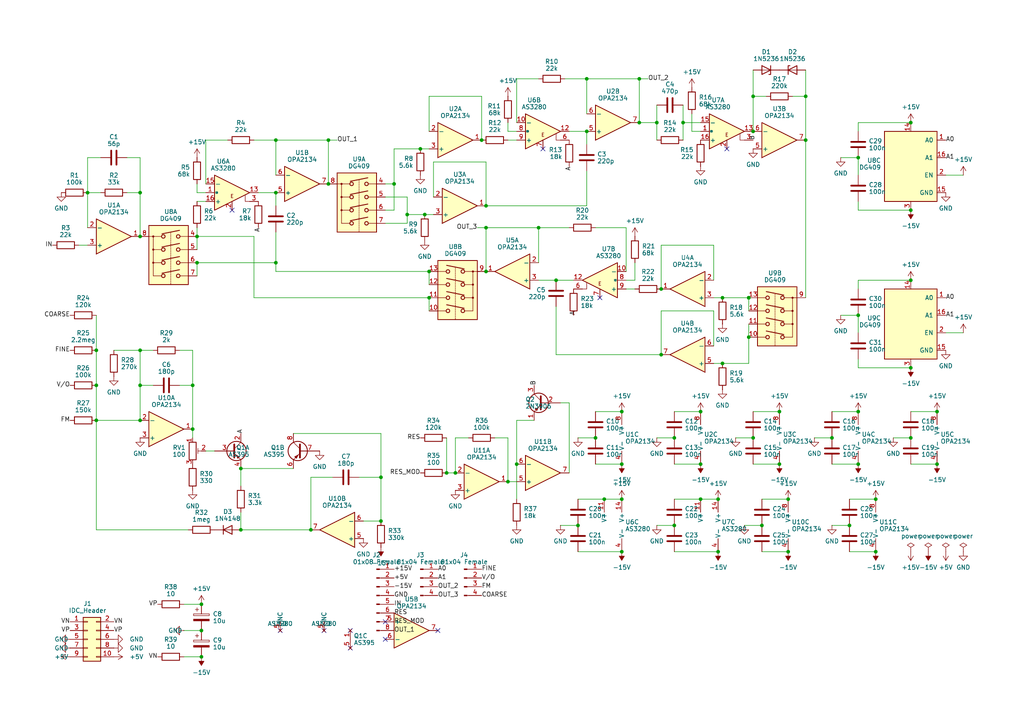
<source format=kicad_sch>
(kicad_sch (version 20211123) (generator "elektron")
  (paper "A4")
  (title_block (title "threeler") (date "04-03-2023") (rev "1") (comment 1 "main circuit") (comment 2 "Filter by Ian Fritz") (comment 4 "License CC BY 4.0 - Attribution 4.0 International"))
  (symbol (lib_id "Amplifier_Operational:OPA2134") (at 33.02 68.58 0) (mirror x) (unit 1)
    (property "Reference" "U1" (at 33.02 59.5 0))
    (property "Value" "OPA2134" (at 33.02 61.5 0))
    (property "Footprint" Package_DIP:DIP-8_W7.62mm_Socket (effects (hide yes) hide))
    (property "Datasheet" "http://www.ti.com/lit/ds/symlink/opa134.pdf" (effects (hide yes)))
    (property "Description" "Dual SoundPlus High Performance Audio Operational Amplifiers, DIP-8/SOIC-8" (effects (hide yes)))
    (property "ki_keywords" "dual opamp" (effects (hide yes)))
    (property "ki_fp_filters" "SOIC*3.9x4.9mm*P1.27mm* DIP*W7.62mm* TO*99* OnSemi*Micro8* TSSOP*3x3mm*P0.65mm* TSSOP*4.4x3mm*P0.65mm* MSOP*3x3mm*P0.65mm* SSOP*3.9x4.9mm*P0.635mm* LFCSP*2x2mm*P0.5mm* *SIP* SOIC*5.3x6.2mm*P1.27mm*" (effects (hide yes)))
  )
  (wire (pts (xy 25.4 71.12) (xy 22.86 71.12)))
  (symbol (lib_id "Device:R") (at 19.05 71.12 270) (unit 1)
    (property "Reference" "R3" (at 19.05 66.1 -270))
    (property "Value" "22k" (at 19.05 68.1 -270))
    (property "Footprint" Resistor_THT:R_Axial_DIN0204_L3.6mm_D1.6mm_P5.08mm_Horizontal (effects (hide yes) hide))
    (property "Description" "Resistor" (effects (hide yes)))
    (property "ki_keywords" "R res resistor" (effects (hide yes)))
    (property "ki_fp_filters" "R_*" (effects (hide yes)))
  )
  (label "IN" (at 15.24 71.12 180))
  (junction (at 40.64 68.58))
  (wire (pts (xy 40.64 68.58) (xy 40.64 55.88)))
  (junction (at 40.64 55.88))
  (wire (pts (xy 40.64 55.88) (xy 36.83 55.88)))
  (wire (pts (xy 29.21 55.88) (xy 25.4 55.88)))
  (symbol (lib_id "Device:R") (at 33.02 55.88 270) (unit 1)
    (property "Reference" "R2" (at 33.02 50.86 -270))
    (property "Value" "33k" (at 33.02 52.86 -270))
    (property "Footprint" Resistor_THT:R_Axial_DIN0204_L3.6mm_D1.6mm_P5.08mm_Horizontal (effects (hide yes) hide))
    (property "Description" "Resistor" (effects (hide yes)))
    (property "ki_keywords" "R res resistor" (effects (hide yes)))
    (property "ki_fp_filters" "R_*" (effects (hide yes)))
  )
  (junction (at 25.4 55.88))
  (wire (pts (xy 25.4 55.88) (xy 25.4 66.04)))
  (symbol (lib_id "Device:R") (at 21.59 55.88 270) (unit 1)
    (property "Reference" "R1" (at 21.59 50.86 -270))
    (property "Value" "100k" (at 21.59 52.86 -270))
    (property "Footprint" Resistor_THT:R_Axial_DIN0204_L3.6mm_D1.6mm_P5.08mm_Horizontal (effects (hide yes) hide))
    (property "Description" "Resistor" (effects (hide yes)))
    (property "ki_keywords" "R res resistor" (effects (hide yes)))
    (property "ki_fp_filters" "R_*" (effects (hide yes)))
  )
  (symbol (lib_id "power:GND") (at 17.78 55.88 0) (unit 1)
    (property "Reference" "GND" (effects (hide yes)))
    (property "Value" "GND" (at 17.78 60.42 0))
    (property "Description" "Power symbol creates a global label with name \"GND\" , ground" (effects (hide yes)))
    (property "ki_keywords" "global power" (effects (hide yes)))
  )
  (wire (pts (xy 40.64 55.88) (xy 40.64 45.72)))
  (wire (pts (xy 40.64 45.72) (xy 36.83 45.72)))
  (wire (pts (xy 29.21 45.72) (xy 25.4 45.72)))
  (symbol (lib_id "Device:C") (at 33.02 45.72 270) (unit 1)
    (property "Reference" "C1" (at 33.02 39.69 -270))
    (property "Value" "56p" (at 33.02 41.69 -270))
    (property "Footprint" Capacitor_THT:C_Rect_L4.0mm_W2.5mm_P2.50mm (effects (hide yes) hide))
    (property "Description" "Unpolarized capacitor" (effects (hide yes)))
    (property "ki_keywords" "cap capacitor" (effects (hide yes)))
    (property "ki_fp_filters" "C_*" (effects (hide yes)))
  )
  (wire (pts (xy 25.4 45.72) (xy 25.4 55.88)))
  (symbol (lib_id "elektrophon:DG409") (at 49.53 68.58 0) (unit 1)
    (property "Reference" "U8" (at 49.53 61.41 0))
    (property "Value" "DG409" (at 49.53 63.41 0))
    (property "Footprint" Package_DIP:DIP-16_W7.62mm_Socket (effects hide))
  )
  (junction (at 57.15 76.2))
  (wire (pts (xy 57.15 80.01) (xy 57.15 76.2)))
  (junction (at 57.15 68.58))
  (wire (pts (xy 57.15 72.39) (xy 57.15 68.58)))
  (wire (pts (xy 57.15 68.58) (xy 57.15 66.04)))
  (symbol (lib_id "Device:R") (at 57.15 62.23 180) (unit 1)
    (property "Reference" "R6" (at 59.17 61.230000000000004 0) (effects (justify right)))
    (property "Value" "22k" (at 59.17 63.230000000000004 0) (effects (justify right)))
    (property "Footprint" Resistor_THT:R_Axial_DIN0204_L3.6mm_D1.6mm_P5.08mm_Horizontal (effects (hide yes) hide))
    (property "Description" "Resistor" (effects (hide yes)))
    (property "ki_keywords" "R res resistor" (effects (hide yes)))
    (property "ki_fp_filters" "R_*" (effects (hide yes)))
  )
  (wire (pts (xy 57.15 58.42) (xy 59.69 58.42)))
  (symbol (lib_id "elektrophon:CA3280") (at 64.77 55.88 0) (unit 1)
    (property "Reference" "U6" (at 64.77 46.8 0))
    (property "Value" "AS3280" (at 64.77 48.8 0))
    (property "Footprint" Package_DIP:DIP-16_W7.62mm_Socket (effects hide))
    (property "Datasheet" "https://www.alfarzpp.lv/eng/sc/AS3280.pdf" (effects hide))
  )
  (no_connect (at 67.31 60.96))
  (wire (pts (xy 74.93 55.88) (xy 80.01 55.88)))
  (junction (at 80.01 55.88))
  (symbol (lib_id "Amplifier_Operational:OPA2134") (at 87.63 53.34 0) (mirror x) (unit 2)
    (property "Reference" "U1" (at 87.63 44.26 0))
    (property "Value" "OPA2134" (at 87.63 46.26 0))
    (property "Footprint" Package_DIP:DIP-8_W7.62mm_Socket (effects (hide yes) hide))
    (property "Datasheet" "http://www.ti.com/lit/ds/symlink/opa134.pdf" (effects (hide yes)))
    (property "Description" "Dual SoundPlus High Performance Audio Operational Amplifiers, DIP-8/SOIC-8" (effects (hide yes)))
    (property "ki_keywords" "dual opamp" (effects (hide yes)))
    (property "ki_fp_filters" "SOIC*3.9x4.9mm*P1.27mm* DIP*W7.62mm* TO*99* OnSemi*Micro8* TSSOP*3x3mm*P0.65mm* TSSOP*4.4x3mm*P0.65mm* MSOP*3x3mm*P0.65mm* SSOP*3.9x4.9mm*P0.635mm* LFCSP*2x2mm*P0.5mm* *SIP* SOIC*5.3x6.2mm*P1.27mm*" (effects (hide yes)))
  )
  (junction (at 95.25 53.34))
  (wire (pts (xy 95.25 53.34) (xy 95.25 40.64)))
  (junction (at 95.25 40.64))
  (wire (pts (xy 95.25 40.64) (xy 80.01 40.64)))
  (junction (at 80.01 40.64))
  (wire (pts (xy 80.01 40.64) (xy 80.01 50.8)))
  (wire (pts (xy 59.69 53.34) (xy 59.69 40.64)))
  (wire (pts (xy 59.69 40.64) (xy 66.04 40.64)))
  (wire (pts (xy 73.66 40.64) (xy 80.01 40.64)))
  (symbol (lib_id "Device:R") (at 69.85 40.64 90) (unit 1)
    (property "Reference" "R4" (at 69.85 35.62 -90))
    (property "Value" "22k" (at 69.85 37.62 -90))
    (property "Footprint" Resistor_THT:R_Axial_DIN0204_L3.6mm_D1.6mm_P5.08mm_Horizontal (effects (hide yes) hide))
    (property "Description" "Resistor" (effects (hide yes)))
    (property "ki_keywords" "R res resistor" (effects (hide yes)))
    (property "ki_fp_filters" "R_*" (effects (hide yes)))
  )
  (wire (pts (xy 80.01 40.64) (xy 80.01 40.64)))
  (wire (pts (xy 95.25 40.64) (xy 97.79 40.64)))
  (label "OUT_1" (at 97.79 40.64 0))
  (wire (pts (xy 59.69 55.88) (xy 57.15 55.88)))
  (wire (pts (xy 57.15 55.88) (xy 57.15 53.34)))
  (symbol (lib_id "Device:R") (at 57.15 49.53 180) (unit 1)
    (property "Reference" "R5" (at 55.13 48.53 0) (effects (justify left)))
    (property "Value" "68k" (at 55.13 50.53 0) (effects (justify left)))
    (property "Footprint" Resistor_THT:R_Axial_DIN0204_L3.6mm_D1.6mm_P5.08mm_Horizontal (effects (hide yes) hide))
    (property "Description" "Resistor" (effects (hide yes)))
    (property "ki_keywords" "R res resistor" (effects (hide yes)))
    (property "ki_fp_filters" "R_*" (effects (hide yes)))
  )
  (symbol (lib_id "power:+15V") (at 57.15 45.72 0) (unit 1)
    (property "Reference" "+15V" (effects (hide yes)))
    (property "Value" "+15V" (at 57.15 41.18 0))
    (property "Description" "Power symbol creates a global label with name \"+15V\"" (effects (hide yes)))
    (property "ki_keywords" "global power" (effects (hide yes)))
  )
  (wire (pts (xy 80.01 55.88) (xy 80.01 59.69)))
  (symbol (lib_id "Device:C") (at 80.01 63.5 0) (unit 1)
    (property "Reference" "C2" (at 83.04 62.5 0) (effects (justify left)))
    (property "Value" "220p" (at 83.04 64.5 0) (effects (justify left)))
    (property "Footprint" Capacitor_THT:C_Axial_L12.0mm_D6.5mm_P15.00mm_Horizontal (effects (hide yes) hide))
    (property "Description" "Unpolarized capacitor" (effects (hide yes)))
    (property "ki_keywords" "cap capacitor" (effects (hide yes)))
    (property "ki_fp_filters" "C_*" (effects (hide yes)))
  )
  (symbol (lib_id "elektrophon:DG409") (at 104.14 53.34 0) (unit 1)
    (property "Reference" "U9" (at 104.14 46.17 0))
    (property "Value" "DG409" (at 104.14 48.17 0))
    (property "Footprint" Package_DIP:DIP-16_W7.62mm_Socket (effects hide))
  )
  (wire (pts (xy 57.15 76.2) (xy 80.01 76.2)))
  (junction (at 80.01 76.2))
  (wire (pts (xy 80.01 76.2) (xy 80.01 67.31)))
  (symbol (lib_id "Device:R") (at 74.93 62.23 0) (unit 1)
    (property "Reference" "R7" (at 72.91 61.230000000000004 0) (effects (justify right)))
    (property "Value" "18k" (at 72.91 63.230000000000004 0) (effects (justify right)))
    (property "Footprint" Resistor_THT:R_Axial_DIN0204_L3.6mm_D1.6mm_P5.08mm_Horizontal (effects (hide yes) hide))
    (property "Description" "Resistor" (effects (hide yes)))
    (property "ki_keywords" "R res resistor" (effects (hide yes)))
    (property "ki_fp_filters" "R_*" (effects (hide yes)))
  )
  (label "A" (at 74.93 66.04 270))
  (wire (pts (xy 111.76 53.34) (xy 114.3 53.34)))
  (junction (at 114.3 53.34))
  (wire (pts (xy 114.3 53.34) (xy 114.3 43.18)))
  (wire (pts (xy 114.3 43.18) (xy 121.92 43.18)))
  (junction (at 121.92 43.18))
  (wire (pts (xy 121.92 43.18) (xy 124.46 43.18)))
  (symbol (lib_id "Amplifier_Operational:OPA2134") (at 132.08 40.64 0) (mirror x) (unit 1)
    (property "Reference" "U2" (at 132.08 31.560000000000002 0))
    (property "Value" "OPA2134" (at 132.08 33.56 0))
    (property "Footprint" Package_DIP:DIP-8_W7.62mm_Socket (effects (hide yes) hide))
    (property "Datasheet" "http://www.ti.com/lit/ds/symlink/opa134.pdf" (effects (hide yes)))
    (property "Description" "Dual SoundPlus High Performance Audio Operational Amplifiers, DIP-8/SOIC-8" (effects (hide yes)))
    (property "ki_keywords" "dual opamp" (effects (hide yes)))
    (property "ki_fp_filters" "SOIC*3.9x4.9mm*P1.27mm* DIP*W7.62mm* TO*99* OnSemi*Micro8* TSSOP*3x3mm*P0.65mm* TSSOP*4.4x3mm*P0.65mm* MSOP*3x3mm*P0.65mm* SSOP*3.9x4.9mm*P0.635mm* LFCSP*2x2mm*P0.5mm* *SIP* SOIC*5.3x6.2mm*P1.27mm*" (effects (hide yes)))
  )
  (symbol (lib_id "Device:R") (at 121.92 46.99 0) (unit 1)
    (property "Reference" "R8" (at 119.9 45.989999999999995 0) (effects (justify right)))
    (property "Value" "5.6k" (at 119.9 47.989999999999995 0) (effects (justify right)))
    (property "Footprint" Resistor_THT:R_Axial_DIN0204_L3.6mm_D1.6mm_P5.08mm_Horizontal (effects (hide yes) hide))
    (property "Description" "Resistor" (effects (hide yes)))
    (property "ki_keywords" "R res resistor" (effects (hide yes)))
    (property "ki_fp_filters" "R_*" (effects (hide yes)))
  )
  (symbol (lib_id "power:GND") (at 121.92 50.8 0) (unit 1)
    (property "Reference" "GND" (effects (hide yes)))
    (property "Value" "GND" (at 121.92 55.34 0))
    (property "Description" "Power symbol creates a global label with name \"GND\" , ground" (effects (hide yes)))
    (property "ki_keywords" "global power" (effects (hide yes)))
  )
  (wire (pts (xy 139.7 40.64) (xy 139.7 27.94)))
  (wire (pts (xy 139.7 27.94) (xy 124.46 27.94)))
  (wire (pts (xy 124.46 27.94) (xy 124.46 38.1)))
  (junction (at 139.7 40.64))
  (symbol (lib_id "Device:R") (at 143.51 40.64 90) (unit 1)
    (property "Reference" "R12" (at 143.51 35.62 -90))
    (property "Value" "22k" (at 143.51 37.62 -90))
    (property "Footprint" Resistor_THT:R_Axial_DIN0204_L3.6mm_D1.6mm_P5.08mm_Horizontal (effects (hide yes) hide))
    (property "Description" "Resistor" (effects (hide yes)))
    (property "ki_keywords" "R res resistor" (effects (hide yes)))
    (property "ki_fp_filters" "R_*" (effects (hide yes)))
  )
  (wire (pts (xy 147.32 40.64) (xy 149.86 40.64)))
  (symbol (lib_id "elektrophon:CA3280") (at 154.94 38.1 0) (unit 2)
    (property "Reference" "U6" (at 154.94 29.020000000000003 0))
    (property "Value" "AS3280" (at 154.94 31.020000000000003 0))
    (property "Footprint" Package_DIP:DIP-16_W7.62mm_Socket (effects hide))
    (property "Datasheet" "https://www.alfarzpp.lv/eng/sc/AS3280.pdf" (effects hide))
  )
  (no_connect (at 157.48 43.18))
  (wire (pts (xy 165.1 38.1) (xy 170.18 38.1)))
  (junction (at 170.18 38.1))
  (symbol (lib_id "Amplifier_Operational:OPA2134") (at 177.8 35.56 0) (mirror x) (unit 2)
    (property "Reference" "U2" (at 177.8 26.48 0))
    (property "Value" "OPA2134" (at 177.8 28.48 0))
    (property "Footprint" Package_DIP:DIP-8_W7.62mm_Socket (effects (hide yes) hide))
    (property "Datasheet" "http://www.ti.com/lit/ds/symlink/opa134.pdf" (effects (hide yes)))
    (property "Description" "Dual SoundPlus High Performance Audio Operational Amplifiers, DIP-8/SOIC-8" (effects (hide yes)))
    (property "ki_keywords" "dual opamp" (effects (hide yes)))
    (property "ki_fp_filters" "SOIC*3.9x4.9mm*P1.27mm* DIP*W7.62mm* TO*99* OnSemi*Micro8* TSSOP*3x3mm*P0.65mm* TSSOP*4.4x3mm*P0.65mm* MSOP*3x3mm*P0.65mm* SSOP*3.9x4.9mm*P0.635mm* LFCSP*2x2mm*P0.5mm* *SIP* SOIC*5.3x6.2mm*P1.27mm*" (effects (hide yes)))
  )
  (junction (at 185.42 35.56))
  (wire (pts (xy 185.42 35.56) (xy 185.42 22.86)))
  (junction (at 185.42 22.86))
  (wire (pts (xy 185.42 22.86) (xy 170.18 22.86)))
  (junction (at 170.18 22.86))
  (wire (pts (xy 170.18 22.86) (xy 170.18 33.02)))
  (wire (pts (xy 149.86 35.56) (xy 149.86 22.86)))
  (wire (pts (xy 149.86 22.86) (xy 156.21 22.86)))
  (wire (pts (xy 163.83 22.86) (xy 170.18 22.86)))
  (symbol (lib_id "Device:R") (at 160.02 22.86 90) (unit 1)
    (property "Reference" "R10" (at 160.02 17.84 -90))
    (property "Value" "22k" (at 160.02 19.84 -90))
    (property "Footprint" Resistor_THT:R_Axial_DIN0204_L3.6mm_D1.6mm_P5.08mm_Horizontal (effects (hide yes) hide))
    (property "Description" "Resistor" (effects (hide yes)))
    (property "ki_keywords" "R res resistor" (effects (hide yes)))
    (property "ki_fp_filters" "R_*" (effects (hide yes)))
  )
  (wire (pts (xy 170.18 22.86) (xy 170.18 22.86)))
  (wire (pts (xy 185.42 22.86) (xy 187.96 22.86)))
  (label "OUT_2" (at 187.96 22.86 0))
  (wire (pts (xy 149.86 38.1) (xy 147.32 38.1)))
  (wire (pts (xy 147.32 38.1) (xy 147.32 35.56)))
  (symbol (lib_id "Device:R") (at 147.32 31.75 180) (unit 1)
    (property "Reference" "R11" (at 145.3 30.75 0) (effects (justify left)))
    (property "Value" "68k" (at 145.3 32.75 0) (effects (justify left)))
    (property "Footprint" Resistor_THT:R_Axial_DIN0204_L3.6mm_D1.6mm_P5.08mm_Horizontal (effects (hide yes) hide))
    (property "Description" "Resistor" (effects (hide yes)))
    (property "ki_keywords" "R res resistor" (effects (hide yes)))
    (property "ki_fp_filters" "R_*" (effects (hide yes)))
  )
  (symbol (lib_id "power:+15V") (at 147.32 27.94 0) (unit 1)
    (property "Reference" "+15V" (effects (hide yes)))
    (property "Value" "+15V" (at 147.32 23.4 0))
    (property "Description" "Power symbol creates a global label with name \"+15V\"" (effects (hide yes)))
    (property "ki_keywords" "global power" (effects (hide yes)))
  )
  (wire (pts (xy 170.18 38.1) (xy 170.18 41.91)))
  (symbol (lib_id "Device:C") (at 170.18 45.72 0) (unit 1)
    (property "Reference" "C3" (at 173.21 44.72 0) (effects (justify left)))
    (property "Value" "220p" (at 173.21 46.72 0) (effects (justify left)))
    (property "Footprint" Capacitor_THT:C_Axial_L12.0mm_D6.5mm_P15.00mm_Horizontal (effects (hide yes) hide))
    (property "Description" "Unpolarized capacitor" (effects (hide yes)))
    (property "ki_keywords" "cap capacitor" (effects (hide yes)))
    (property "ki_fp_filters" "C_*" (effects (hide yes)))
  )
  (wire (pts (xy 170.18 49.53) (xy 170.18 59.69)))
  (junction (at 140.97 59.69))
  (wire (pts (xy 170.18 59.69) (xy 140.97 59.69)))
  (symbol (lib_id "Amplifier_Operational:OPA2134") (at 133.35 59.69 0) (mirror x) (unit 1)
    (property "Reference" "U3" (at 133.35 50.61 0))
    (property "Value" "OPA2134" (at 133.35 52.61 0))
    (property "Footprint" Package_DIP:DIP-8_W7.62mm_Socket (effects (hide yes) hide))
    (property "Datasheet" "http://www.ti.com/lit/ds/symlink/opa134.pdf" (effects (hide yes)))
    (property "Description" "Dual SoundPlus High Performance Audio Operational Amplifiers, DIP-8/SOIC-8" (effects (hide yes)))
    (property "ki_keywords" "dual opamp" (effects (hide yes)))
    (property "ki_fp_filters" "SOIC*3.9x4.9mm*P1.27mm* DIP*W7.62mm* TO*99* OnSemi*Micro8* TSSOP*3x3mm*P0.65mm* TSSOP*4.4x3mm*P0.65mm* MSOP*3x3mm*P0.65mm* SSOP*3.9x4.9mm*P0.635mm* LFCSP*2x2mm*P0.5mm* *SIP* SOIC*5.3x6.2mm*P1.27mm*" (effects (hide yes)))
  )
  (wire (pts (xy 140.97 59.69) (xy 140.97 46.99)))
  (wire (pts (xy 140.97 46.99) (xy 125.73 46.99)))
  (wire (pts (xy 125.73 46.99) (xy 125.73 57.15)))
  (wire (pts (xy 125.73 62.23) (xy 123.19 62.23)))
  (junction (at 123.19 62.23))
  (symbol (lib_id "Device:R") (at 123.19 66.04 0) (unit 1)
    (property "Reference" "R9" (at 121.17 65.03999999999999 0) (effects (justify right)))
    (property "Value" "5.6k" (at 121.17 67.03999999999999 0) (effects (justify right)))
    (property "Footprint" Resistor_THT:R_Axial_DIN0204_L3.6mm_D1.6mm_P5.08mm_Horizontal (effects (hide yes) hide))
    (property "Description" "Resistor" (effects (hide yes)))
    (property "ki_keywords" "R res resistor" (effects (hide yes)))
    (property "ki_fp_filters" "R_*" (effects (hide yes)))
  )
  (symbol (lib_id "power:GND") (at 123.19 69.85 0) (unit 1)
    (property "Reference" "GND" (effects (hide yes)))
    (property "Value" "GND" (at 123.19 74.39 0))
    (property "Description" "Power symbol creates a global label with name \"GND\" , ground" (effects (hide yes)))
    (property "ki_keywords" "global power" (effects (hide yes)))
  )
  (wire (pts (xy 123.19 62.23) (xy 118.11 62.23)))
  (junction (at 118.11 62.23))
  (wire (pts (xy 118.11 62.23) (xy 118.11 57.15)))
  (wire (pts (xy 118.11 57.15) (xy 111.76 57.15)))
  (wire (pts (xy 118.11 62.23) (xy 118.11 64.77)))
  (wire (pts (xy 118.11 64.77) (xy 111.76 64.77)))
  (wire (pts (xy 111.76 60.96) (xy 114.3 60.96)))
  (wire (pts (xy 114.3 60.96) (xy 114.3 53.34)))
  (symbol (lib_id "Device:R") (at 165.1 44.45 0) (unit 1)
    (property "Reference" "R13" (at 163.08 43.45 0) (effects (justify right)))
    (property "Value" "18k" (at 163.08 45.45 0) (effects (justify right)))
    (property "Footprint" Resistor_THT:R_Axial_DIN0204_L3.6mm_D1.6mm_P5.08mm_Horizontal (effects (hide yes) hide))
    (property "Description" "Resistor" (effects (hide yes)))
    (property "ki_keywords" "R res resistor" (effects (hide yes)))
    (property "ki_fp_filters" "R_*" (effects (hide yes)))
  )
  (label "A" (at 165.1 48.26 270))
  (wire (pts (xy 185.42 35.56) (xy 190.5 35.56)))
  (junction (at 190.5 35.56))
  (wire (pts (xy 190.5 35.56) (xy 190.5 30.48)))
  (symbol (lib_id "Device:C") (at 194.31 30.48 90) (unit 1)
    (property "Reference" "C4" (at 194.31 24.45 -90))
    (property "Value" "470p" (at 194.31 26.45 -90))
    (property "Footprint" Capacitor_THT:C_Rect_L4.0mm_W2.5mm_P2.50mm (effects (hide yes) hide))
    (property "Description" "Unpolarized capacitor" (effects (hide yes)))
    (property "ki_keywords" "cap capacitor" (effects (hide yes)))
    (property "ki_fp_filters" "C_*" (effects (hide yes)))
  )
  (wire (pts (xy 198.12 30.48) (xy 198.12 35.56)))
  (junction (at 198.12 35.56))
  (wire (pts (xy 190.5 35.56) (xy 190.5 40.64)))
  (symbol (lib_id "Device:R") (at 194.31 40.64 90) (unit 1)
    (property "Reference" "R14" (at 194.31 35.62 -90))
    (property "Value" "22k" (at 194.31 37.62 -90))
    (property "Footprint" Resistor_THT:R_Axial_DIN0204_L3.6mm_D1.6mm_P5.08mm_Horizontal (effects (hide yes) hide))
    (property "Description" "Resistor" (effects (hide yes)))
    (property "ki_keywords" "R res resistor" (effects (hide yes)))
    (property "ki_fp_filters" "R_*" (effects (hide yes)))
  )
  (wire (pts (xy 198.12 40.64) (xy 198.12 35.56)))
  (wire (pts (xy 198.12 35.56) (xy 203.2 35.56)))
  (symbol (lib_id "elektrophon:CA3280") (at 208.28 38.1 0) (unit 1)
    (property "Reference" "U7" (at 208.28 29.020000000000003 0))
    (property "Value" "AS3280" (at 208.28 31.020000000000003 0))
    (property "Footprint" Package_DIP:DIP-16_W7.62mm_Socket (effects hide))
    (property "Datasheet" "https://www.alfarzpp.lv/eng/sc/AS3280.pdf" (effects hide))
  )
  (symbol (lib_id "Device:R") (at 203.2 44.45 0) (unit 1)
    (property "Reference" "R15" (at 201.18 43.45 0) (effects (justify right)))
    (property "Value" "22k" (at 201.18 45.45 0) (effects (justify right)))
    (property "Footprint" Resistor_THT:R_Axial_DIN0204_L3.6mm_D1.6mm_P5.08mm_Horizontal (effects (hide yes) hide))
    (property "Description" "Resistor" (effects (hide yes)))
    (property "ki_keywords" "R res resistor" (effects (hide yes)))
    (property "ki_fp_filters" "R_*" (effects (hide yes)))
  )
  (symbol (lib_id "power:GND") (at 203.2 48.26 0) (unit 1)
    (property "Reference" "GND" (effects (hide yes)))
    (property "Value" "GND" (at 203.2 52.8 0))
    (property "Description" "Power symbol creates a global label with name \"GND\" , ground" (effects (hide yes)))
    (property "ki_keywords" "global power" (effects (hide yes)))
  )
  (wire (pts (xy 203.2 38.1) (xy 200.66 38.1)))
  (wire (pts (xy 200.66 38.1) (xy 200.66 33.02)))
  (symbol (lib_id "Device:R") (at 200.66 29.21 180) (unit 1)
    (property "Reference" "R16" (at 202.68 28.21 0) (effects (justify right)))
    (property "Value" "68k" (at 202.68 30.21 0) (effects (justify right)))
    (property "Footprint" Resistor_THT:R_Axial_DIN0204_L3.6mm_D1.6mm_P5.08mm_Horizontal (effects (hide yes) hide))
    (property "Description" "Resistor" (effects (hide yes)))
    (property "ki_keywords" "R res resistor" (effects (hide yes)))
    (property "ki_fp_filters" "R_*" (effects (hide yes)))
  )
  (symbol (lib_id "power:+15V") (at 200.66 25.4 0) (unit 1)
    (property "Reference" "+15V" (effects (hide yes)))
    (property "Value" "+15V" (at 200.66 20.86 0))
    (property "Description" "Power symbol creates a global label with name \"+15V\"" (effects (hide yes)))
    (property "ki_keywords" "global power" (effects (hide yes)))
  )
  (junction (at 218.44 38.1))
  (symbol (lib_id "Amplifier_Operational:OPA2134") (at 226.06 40.64 0) (mirror x) (unit 2)
    (property "Reference" "U3" (at 226.06 31.560000000000002 0))
    (property "Value" "OPA2134" (at 226.06 33.56 0))
    (property "Footprint" Package_DIP:DIP-8_W7.62mm_Socket (effects (hide yes) hide))
    (property "Datasheet" "http://www.ti.com/lit/ds/symlink/opa134.pdf" (effects (hide yes)))
    (property "Description" "Dual SoundPlus High Performance Audio Operational Amplifiers, DIP-8/SOIC-8" (effects (hide yes)))
    (property "ki_keywords" "dual opamp" (effects (hide yes)))
    (property "ki_fp_filters" "SOIC*3.9x4.9mm*P1.27mm* DIP*W7.62mm* TO*99* OnSemi*Micro8* TSSOP*3x3mm*P0.65mm* TSSOP*4.4x3mm*P0.65mm* MSOP*3x3mm*P0.65mm* SSOP*3.9x4.9mm*P0.635mm* LFCSP*2x2mm*P0.5mm* *SIP* SOIC*5.3x6.2mm*P1.27mm*" (effects (hide yes)))
  )
  (symbol (lib_id "power:GND") (at 218.44 43.18 0) (unit 1)
    (property "Reference" "GND" (effects (hide yes)))
    (property "Value" "GND" (at 218.44 47.72 0))
    (property "Description" "Power symbol creates a global label with name \"GND\" , ground" (effects (hide yes)))
    (property "ki_keywords" "global power" (effects (hide yes)))
  )
  (label "B" (at 218.44 40.64 90))
  (no_connect (at 210.82 43.18))
  (wire (pts (xy 233.68 40.64) (xy 233.68 27.94)))
  (junction (at 233.68 27.94))
  (wire (pts (xy 233.68 27.94) (xy 229.87 27.94)))
  (wire (pts (xy 222.25 27.94) (xy 218.44 27.94)))
  (symbol (lib_id "Device:R") (at 226.06 27.94 270) (unit 1)
    (property "Reference" "R17" (at 226.06 22.92 -270))
    (property "Value" "220k" (at 226.06 24.92 -270))
    (property "Footprint" Resistor_THT:R_Axial_DIN0204_L3.6mm_D1.6mm_P5.08mm_Horizontal (effects (hide yes) hide))
    (property "Description" "Resistor" (effects (hide yes)))
    (property "ki_keywords" "R res resistor" (effects (hide yes)))
    (property "ki_fp_filters" "R_*" (effects (hide yes)))
  )
  (junction (at 218.44 27.94))
  (wire (pts (xy 218.44 27.94) (xy 218.44 38.1)))
  (wire (pts (xy 233.68 27.94) (xy 233.68 20.32)))
  (symbol (lib_id "Device:D_Zener") (at 229.87 20.32 0) (unit 1)
    (property "Reference" "D2" (at 229.87 15.05 0))
    (property "Value" "1N5236" (at 229.87 17.05 0))
    (property "Footprint" Diode_THT:D_DO-35_SOD27_P2.54mm_Vertical_AnodeUp (effects (hide yes) hide))
    (property "Description" "Zener diode" (effects (hide yes)))
    (property "ki_keywords" "diode" (effects (hide yes)))
    (property "ki_fp_filters" "TO-???* *_Diode_* *SingleDiode* D_*" (effects (hide yes)))
  )
  (symbol (lib_id "Device:D_Zener") (at 222.25 20.32 180) (unit 1)
    (property "Reference" "D1" (at 222.25 15.05 0))
    (property "Value" "1N5236" (at 222.25 17.05 0))
    (property "Footprint" Diode_THT:D_DO-35_SOD27_P2.54mm_Vertical_AnodeUp (effects (hide yes) hide))
    (property "Description" "Zener diode" (effects (hide yes)))
    (property "ki_keywords" "diode" (effects (hide yes)))
    (property "ki_fp_filters" "TO-???* *_Diode_* *SingleDiode* D_*" (effects (hide yes)))
  )
  (wire (pts (xy 218.44 20.32) (xy 218.44 27.94)))
  (junction (at 233.68 40.64))
  (wire (pts (xy 233.68 40.64) (xy 233.68 86.36)))
  (symbol (lib_id "elektrophon:DG409") (at 224.79 86.36 0) (mirror y) (unit 2)
    (property "Reference" "U9" (at 224.79 79.19 0))
    (property "Value" "DG409" (at 224.79 81.19 0))
    (property "Footprint" Package_DIP:DIP-16_W7.62mm_Socket (effects hide))
  )
  (wire (pts (xy 217.17 86.36) (xy 209.55 86.36)))
  (junction (at 209.55 86.36))
  (wire (pts (xy 209.55 86.36) (xy 207.01 86.36)))
  (symbol (lib_id "Amplifier_Operational:OPA2134") (at 199.39 83.82 180) (unit 1)
    (property "Reference" "U4" (at 199.39 74.74 0))
    (property "Value" "OPA2134" (at 199.39 76.74 0))
    (property "Footprint" Package_DIP:DIP-8_W7.62mm_Socket (effects (hide yes) hide))
    (property "Datasheet" "http://www.ti.com/lit/ds/symlink/opa134.pdf" (effects (hide yes)))
    (property "Description" "Dual SoundPlus High Performance Audio Operational Amplifiers, DIP-8/SOIC-8" (effects (hide yes)))
    (property "ki_keywords" "dual opamp" (effects (hide yes)))
    (property "ki_fp_filters" "SOIC*3.9x4.9mm*P1.27mm* DIP*W7.62mm* TO*99* OnSemi*Micro8* TSSOP*3x3mm*P0.65mm* TSSOP*4.4x3mm*P0.65mm* MSOP*3x3mm*P0.65mm* SSOP*3.9x4.9mm*P0.635mm* LFCSP*2x2mm*P0.5mm* *SIP* SOIC*5.3x6.2mm*P1.27mm*" (effects (hide yes)))
  )
  (wire (pts (xy 191.77 83.82) (xy 191.77 71.12)))
  (wire (pts (xy 191.77 71.12) (xy 207.01 71.12)))
  (wire (pts (xy 207.01 71.12) (xy 207.01 81.28)))
  (junction (at 191.77 83.82))
  (symbol (lib_id "Device:R") (at 209.55 90.17 0) (unit 1)
    (property "Reference" "R18" (at 211.57 89.17 0) (effects (justify left)))
    (property "Value" "5.6k" (at 211.57 91.17 0) (effects (justify left)))
    (property "Footprint" Resistor_THT:R_Axial_DIN0204_L3.6mm_D1.6mm_P5.08mm_Horizontal (effects (hide yes) hide))
    (property "Description" "Resistor" (effects (hide yes)))
    (property "ki_keywords" "R res resistor" (effects (hide yes)))
    (property "ki_fp_filters" "R_*" (effects (hide yes)))
  )
  (symbol (lib_id "power:GND") (at 209.55 93.98 0) (unit 1)
    (property "Reference" "GND" (effects (hide yes)))
    (property "Value" "GND" (at 209.55 98.52 0))
    (property "Description" "Power symbol creates a global label with name \"GND\" , ground" (effects (hide yes)))
    (property "ki_keywords" "global power" (effects (hide yes)))
  )
  (wire (pts (xy 217.17 90.17) (xy 217.17 86.36)))
  (junction (at 217.17 86.36))
  (wire (pts (xy 217.17 93.98) (xy 217.17 97.79)))
  (junction (at 217.17 97.79))
  (wire (pts (xy 217.17 97.79) (xy 217.17 105.41)))
  (wire (pts (xy 217.17 105.41) (xy 209.55 105.41)))
  (junction (at 209.55 105.41))
  (wire (pts (xy 209.55 105.41) (xy 207.01 105.41)))
  (symbol (lib_id "Amplifier_Operational:OPA2134") (at 199.39 102.87 180) (unit 2)
    (property "Reference" "U4" (at 199.39 93.79 0))
    (property "Value" "OPA2134" (at 199.39 95.79 0))
    (property "Footprint" Package_DIP:DIP-8_W7.62mm_Socket (effects (hide yes) hide))
    (property "Datasheet" "http://www.ti.com/lit/ds/symlink/opa134.pdf" (effects (hide yes)))
    (property "Description" "Dual SoundPlus High Performance Audio Operational Amplifiers, DIP-8/SOIC-8" (effects (hide yes)))
    (property "ki_keywords" "dual opamp" (effects (hide yes)))
    (property "ki_fp_filters" "SOIC*3.9x4.9mm*P1.27mm* DIP*W7.62mm* TO*99* OnSemi*Micro8* TSSOP*3x3mm*P0.65mm* TSSOP*4.4x3mm*P0.65mm* MSOP*3x3mm*P0.65mm* SSOP*3.9x4.9mm*P0.635mm* LFCSP*2x2mm*P0.5mm* *SIP* SOIC*5.3x6.2mm*P1.27mm*" (effects (hide yes)))
  )
  (wire (pts (xy 191.77 102.87) (xy 191.77 90.17)))
  (wire (pts (xy 191.77 90.17) (xy 207.01 90.17)))
  (wire (pts (xy 207.01 90.17) (xy 207.01 100.33)))
  (junction (at 191.77 102.87))
  (symbol (lib_id "Device:R") (at 209.55 109.22 0) (unit 1)
    (property "Reference" "R19" (at 211.57 108.22 0) (effects (justify left)))
    (property "Value" "5.6k" (at 211.57 110.22 0) (effects (justify left)))
    (property "Footprint" Resistor_THT:R_Axial_DIN0204_L3.6mm_D1.6mm_P5.08mm_Horizontal (effects (hide yes) hide))
    (property "Description" "Resistor" (effects (hide yes)))
    (property "ki_keywords" "R res resistor" (effects (hide yes)))
    (property "ki_fp_filters" "R_*" (effects (hide yes)))
  )
  (symbol (lib_id "power:GND") (at 209.55 113.03 0) (unit 1)
    (property "Reference" "GND" (effects (hide yes)))
    (property "Value" "GND" (at 209.55 117.57 0))
    (property "Description" "Power symbol creates a global label with name \"GND\" , ground" (effects (hide yes)))
    (property "ki_keywords" "global power" (effects (hide yes)))
  )
  (wire (pts (xy 217.17 90.17) (xy 217.17 86.36)))
  (junction (at 217.17 86.36))
  (symbol (lib_id "Device:R") (at 187.96 83.82 270) (unit 1)
    (property "Reference" "R22" (at 187.96 78.8 -270))
    (property "Value" "22k" (at 187.96 80.8 -270))
    (property "Footprint" Resistor_THT:R_Axial_DIN0204_L3.6mm_D1.6mm_P5.08mm_Horizontal (effects (hide yes) hide))
    (property "Description" "Resistor" (effects (hide yes)))
    (property "ki_keywords" "R res resistor" (effects (hide yes)))
    (property "ki_fp_filters" "R_*" (effects (hide yes)))
  )
  (wire (pts (xy 184.15 83.82) (xy 181.61 83.82)))
  (symbol (lib_id "elektrophon:CA3280") (at 176.53 81.28 180) (mirror x) (unit 2)
    (property "Reference" "U7" (at 176.53 72.2 0))
    (property "Value" "AS3280" (at 176.53 74.2 0))
    (property "Footprint" Package_DIP:DIP-16_W7.62mm_Socket (effects hide))
    (property "Datasheet" "https://www.alfarzpp.lv/eng/sc/AS3280.pdf" (effects hide))
  )
  (wire (pts (xy 181.61 81.28) (xy 184.15 81.28)))
  (wire (pts (xy 184.15 81.28) (xy 184.15 76.2)))
  (symbol (lib_id "Device:R") (at 184.15 72.39 180) (unit 1)
    (property "Reference" "R21" (at 186.17 71.39 0) (effects (justify right)))
    (property "Value" "68k" (at 186.17 73.39 0) (effects (justify right)))
    (property "Footprint" Resistor_THT:R_Axial_DIN0204_L3.6mm_D1.6mm_P5.08mm_Horizontal (effects (hide yes) hide))
    (property "Description" "Resistor" (effects (hide yes)))
    (property "ki_keywords" "R res resistor" (effects (hide yes)))
    (property "ki_fp_filters" "R_*" (effects (hide yes)))
  )
  (symbol (lib_id "power:+15V") (at 184.15 68.58 0) (unit 1)
    (property "Reference" "+15V" (effects (hide yes)))
    (property "Value" "+15V" (at 184.15 64.04 0))
    (property "Description" "Power symbol creates a global label with name \"+15V\"" (effects (hide yes)))
    (property "ki_keywords" "global power" (effects (hide yes)))
  )
  (wire (pts (xy 166.37 81.28) (xy 161.29 81.28)))
  (junction (at 161.29 81.28))
  (wire (pts (xy 161.29 81.28) (xy 156.21 81.28)))
  (symbol (lib_id "Amplifier_Operational:OPA2134") (at 148.59 78.74 180) (unit 1)
    (property "Reference" "U5" (at 148.59 69.66 0))
    (property "Value" "OPA2134" (at 148.59 71.66 0))
    (property "Footprint" Package_DIP:DIP-8_W7.62mm_Socket (effects (hide yes) hide))
    (property "Datasheet" "http://www.ti.com/lit/ds/symlink/opa134.pdf" (effects (hide yes)))
    (property "Description" "Dual SoundPlus High Performance Audio Operational Amplifiers, DIP-8/SOIC-8" (effects (hide yes)))
    (property "ki_keywords" "dual opamp" (effects (hide yes)))
    (property "ki_fp_filters" "SOIC*3.9x4.9mm*P1.27mm* DIP*W7.62mm* TO*99* OnSemi*Micro8* TSSOP*3x3mm*P0.65mm* TSSOP*4.4x3mm*P0.65mm* MSOP*3x3mm*P0.65mm* SSOP*3.9x4.9mm*P0.635mm* LFCSP*2x2mm*P0.5mm* *SIP* SOIC*5.3x6.2mm*P1.27mm*" (effects (hide yes)))
  )
  (junction (at 140.97 78.74))
  (wire (pts (xy 140.97 78.74) (xy 140.97 66.04)))
  (junction (at 140.97 66.04))
  (wire (pts (xy 140.97 66.04) (xy 156.21 66.04)))
  (junction (at 156.21 66.04))
  (wire (pts (xy 156.21 66.04) (xy 156.21 76.2)))
  (wire (pts (xy 181.61 78.74) (xy 181.61 66.04)))
  (wire (pts (xy 181.61 66.04) (xy 172.72 66.04)))
  (wire (pts (xy 165.1 66.04) (xy 156.21 66.04)))
  (symbol (lib_id "Device:R") (at 168.91 66.04 90) (unit 1)
    (property "Reference" "R20" (at 168.91 61.019999999999996 -90))
    (property "Value" "22k" (at 168.91 63.019999999999996 -90))
    (property "Footprint" Resistor_THT:R_Axial_DIN0204_L3.6mm_D1.6mm_P5.08mm_Horizontal (effects (hide yes) hide))
    (property "Description" "Resistor" (effects (hide yes)))
    (property "ki_keywords" "R res resistor" (effects (hide yes)))
    (property "ki_fp_filters" "R_*" (effects (hide yes)))
  )
  (wire (pts (xy 156.21 66.04) (xy 156.21 66.04)))
  (symbol (lib_id "elektrophon:DG409") (at 132.08 78.74 0) (mirror y) (unit 2)
    (property "Reference" "U8" (at 132.08 71.56 0))
    (property "Value" "DG409" (at 132.08 73.56 0))
    (property "Footprint" Package_DIP:DIP-16_W7.62mm_Socket (effects hide))
  )
  (symbol (lib_id "Device:C") (at 161.29 85.09 0) (unit 1)
    (property "Reference" "C5" (at 158.26 84.09 0) (effects (justify right)))
    (property "Value" "220p" (at 158.26 86.09 0) (effects (justify right)))
    (property "Footprint" Capacitor_THT:CP_Axial_L11.0mm_D5.0mm_P18.00mm_Horizontal (effects (hide yes) hide))
    (property "Description" "Unpolarized capacitor" (effects (hide yes)))
    (property "ki_keywords" "cap capacitor" (effects (hide yes)))
    (property "ki_fp_filters" "C_*" (effects (hide yes)))
  )
  (wire (pts (xy 161.29 88.9) (xy 161.29 102.87)))
  (wire (pts (xy 161.29 102.87) (xy 191.77 102.87)))
  (symbol (lib_id "Device:R") (at 166.37 87.63 0) (unit 1)
    (property "Reference" "R23" (at 168.39 86.63 0) (effects (justify left)))
    (property "Value" "18k" (at 168.39 88.63 0) (effects (justify left)))
    (property "Footprint" Resistor_THT:R_Axial_DIN0204_L3.6mm_D1.6mm_P5.08mm_Horizontal (effects (hide yes) hide))
    (property "Description" "Resistor" (effects (hide yes)))
    (property "ki_keywords" "R res resistor" (effects (hide yes)))
    (property "ki_fp_filters" "R_*" (effects (hide yes)))
  )
  (label "A" (at 166.37 91.44 90))
  (no_connect (at 173.99 86.36))
  (wire (pts (xy 140.97 66.04) (xy 138.43 66.04)))
  (label "OUT_3" (at 138.43 66.04 180))
  (wire (pts (xy 124.46 82.55) (xy 124.46 78.74)))
  (junction (at 124.46 78.74))
  (wire (pts (xy 124.46 78.74) (xy 80.01 78.74)))
  (wire (pts (xy 80.01 78.74) (xy 80.01 76.2)))
  (wire (pts (xy 124.46 90.17) (xy 124.46 86.36)))
  (junction (at 124.46 86.36))
  (wire (pts (xy 124.46 86.36) (xy 73.66 86.36)))
  (wire (pts (xy 73.66 86.36) (xy 73.66 68.58)))
  (wire (pts (xy 73.66 68.58) (xy 57.15 68.58)))
  (label "COARSE" (at 20.32 91.44 180))
  (symbol (lib_id "Device:R") (at 24.13 91.44 90) (unit 1)
    (property "Reference" "R24" (at 24.13 86.42 -90))
    (property "Value" "120k" (at 24.13 88.42 -90))
    (property "Footprint" Resistor_THT:R_Axial_DIN0204_L3.6mm_D1.6mm_P5.08mm_Horizontal (effects (hide yes) hide))
    (property "Description" "Resistor" (effects (hide yes)))
    (property "ki_keywords" "R res resistor" (effects (hide yes)))
    (property "ki_fp_filters" "R_*" (effects (hide yes)))
  )
  (wire (pts (xy 27.94 91.44) (xy 27.94 101.6)))
  (junction (at 27.94 101.6))
  (wire (pts (xy 27.94 101.6) (xy 27.94 111.76)))
  (junction (at 27.94 111.76))
  (wire (pts (xy 27.94 111.76) (xy 27.94 121.92)))
  (junction (at 27.94 121.92))
  (symbol (lib_id "Device:R") (at 24.13 101.6 270) (unit 1)
    (property "Reference" "R25" (at 24.13 96.58 -270))
    (property "Value" "2.2meg" (at 24.13 98.58 -270))
    (property "Footprint" Resistor_THT:R_Axial_DIN0204_L3.6mm_D1.6mm_P5.08mm_Horizontal (effects (hide yes) hide))
    (property "Description" "Resistor" (effects (hide yes)))
    (property "ki_keywords" "R res resistor" (effects (hide yes)))
    (property "ki_fp_filters" "R_*" (effects (hide yes)))
  )
  (label "FINE" (at 20.32 101.6 180))
  (symbol (lib_id "Device:R") (at 24.13 111.76 270) (unit 1)
    (property "Reference" "R26" (at 24.13 106.74 -270))
    (property "Value" "100k" (at 24.13 108.74 -270))
    (property "Footprint" Resistor_THT:R_Axial_DIN0204_L3.6mm_D1.6mm_P5.08mm_Horizontal (effects (hide yes) hide))
    (property "Description" "Resistor" (effects (hide yes)))
    (property "ki_keywords" "R res resistor" (effects (hide yes)))
    (property "ki_fp_filters" "R_*" (effects (hide yes)))
  )
  (label "V/O" (at 20.32 111.76 180))
  (symbol (lib_id "Device:R") (at 24.13 121.92 270) (unit 1)
    (property "Reference" "R27" (at 24.13 116.9 -270))
    (property "Value" "150k" (at 24.13 118.9 -270))
    (property "Footprint" Resistor_THT:R_Axial_DIN0204_L3.6mm_D1.6mm_P5.08mm_Horizontal (effects (hide yes) hide))
    (property "Description" "Resistor" (effects (hide yes)))
    (property "ki_keywords" "R res resistor" (effects (hide yes)))
    (property "ki_fp_filters" "R_*" (effects (hide yes)))
  )
  (label "FM" (at 20.32 121.92 180))
  (wire (pts (xy 27.94 121.92) (xy 40.64 121.92)))
  (symbol (lib_id "Amplifier_Operational:OPA2134") (at 48.26 124.46 0) (mirror x) (unit 1)
    (property "Reference" "U10" (at 48.26 115.38 0))
    (property "Value" "OPA2134" (at 48.26 117.38 0))
    (property "Footprint" Package_DIP:DIP-8_W7.62mm_Socket (effects (hide yes) hide))
    (property "Datasheet" "http://www.ti.com/lit/ds/symlink/opa134.pdf" (effects (hide yes)))
    (property "Description" "Dual SoundPlus High Performance Audio Operational Amplifiers, DIP-8/SOIC-8" (effects (hide yes)))
    (property "ki_keywords" "dual opamp" (effects (hide yes)))
    (property "ki_fp_filters" "SOIC*3.9x4.9mm*P1.27mm* DIP*W7.62mm* TO*99* OnSemi*Micro8* TSSOP*3x3mm*P0.65mm* TSSOP*4.4x3mm*P0.65mm* MSOP*3x3mm*P0.65mm* SSOP*3.9x4.9mm*P0.635mm* LFCSP*2x2mm*P0.5mm* *SIP* SOIC*5.3x6.2mm*P1.27mm*" (effects (hide yes)))
  )
  (wire (pts (xy 55.88 124.46) (xy 55.88 111.76)))
  (junction (at 55.88 111.76))
  (wire (pts (xy 55.88 111.76) (xy 52.07 111.76)))
  (wire (pts (xy 44.45 111.76) (xy 40.64 111.76)))
  (symbol (lib_id "Device:C") (at 48.26 111.76 270) (unit 1)
    (property "Reference" "C6" (at 48.26 105.73 -270))
    (property "Value" "180p" (at 48.26 107.73 -270))
    (property "Footprint" Capacitor_THT:C_Rect_L4.0mm_W2.5mm_P2.50mm (effects (hide yes) hide))
    (property "Description" "Unpolarized capacitor" (effects (hide yes)))
    (property "ki_keywords" "cap capacitor" (effects (hide yes)))
    (property "ki_fp_filters" "C_*" (effects (hide yes)))
  )
  (junction (at 40.64 111.76))
  (wire (pts (xy 40.64 111.76) (xy 40.64 121.92)))
  (junction (at 40.64 121.92))
  (symbol (lib_id "power:GND") (at 40.64 127 0) (unit 1)
    (property "Reference" "GND" (effects (hide yes)))
    (property "Value" "GND" (at 40.64 131.54 0))
    (property "Description" "Power symbol creates a global label with name \"GND\" , ground" (effects (hide yes)))
    (property "ki_keywords" "global power" (effects (hide yes)))
  )
  (wire (pts (xy 55.88 111.76) (xy 55.88 101.6)))
  (wire (pts (xy 55.88 101.6) (xy 52.07 101.6)))
  (wire (pts (xy 44.45 101.6) (xy 40.64 101.6)))
  (symbol (lib_id "Device:R") (at 48.26 101.6 270) (unit 1)
    (property "Reference" "R29" (at 48.26 96.58 -270))
    (property "Value" "2k" (at 48.26 98.58 -270))
    (property "Footprint" Resistor_THT:R_Axial_DIN0204_L3.6mm_D1.6mm_P5.08mm_Horizontal (effects (hide yes) hide))
    (property "Description" "Resistor" (effects (hide yes)))
    (property "ki_keywords" "R res resistor" (effects (hide yes)))
    (property "ki_fp_filters" "R_*" (effects (hide yes)))
  )
  (junction (at 40.64 101.6))
  (wire (pts (xy 40.64 101.6) (xy 40.64 111.76)))
  (wire (pts (xy 40.64 101.6) (xy 33.02 101.6)))
  (symbol (lib_id "Device:R") (at 33.02 105.41 0) (unit 1)
    (property "Reference" "R28" (at 35.04 104.41 0) (effects (justify left)))
    (property "Value" "270k" (at 35.04 106.41 0) (effects (justify left)))
    (property "Footprint" Resistor_THT:R_Axial_DIN0204_L3.6mm_D1.6mm_P5.08mm_Horizontal (effects (hide yes) hide))
    (property "Description" "Resistor" (effects (hide yes)))
    (property "ki_keywords" "R res resistor" (effects (hide yes)))
    (property "ki_fp_filters" "R_*" (effects (hide yes)))
  )
  (symbol (lib_id "power:GND") (at 33.02 109.22 0) (unit 1)
    (property "Reference" "GND" (effects (hide yes)))
    (property "Value" "GND" (at 33.02 113.76 0))
    (property "Description" "Power symbol creates a global label with name \"GND\" , ground" (effects (hide yes)))
    (property "ki_keywords" "global power" (effects (hide yes)))
  )
  (junction (at 55.88 124.46))
  (wire (pts (xy 55.88 124.46) (xy 55.88 127)))
  (symbol (lib_id "Device:R_Potentiometer_Trim") (at 55.88 130.81 0) (unit 1)
    (property "Reference" "RV1" (at 53.86 129.81 0) (effects (justify right)))
    (property "Value" "100" (at 53.86 131.81 0) (effects (justify right)))
    (property "Footprint" Potentiometer_THT:Potentiometer_Bourns_3266Z_Horizontal (effects (hide yes) hide))
    (property "Description" "Trim-potentiometer" (effects (hide yes)))
    (property "ki_keywords" "resistor variable trimpot trimmer" (effects (hide yes)))
    (property "ki_fp_filters" "Potentiometer*" (effects (hide yes)))
  )
  (symbol (lib_id "Device:R") (at 55.88 138.43 0) (unit 1)
    (property "Reference" "R30" (at 57.9 137.43 0) (effects (justify left)))
    (property "Value" "330" (at 57.9 139.43 0) (effects (justify left)))
    (property "Footprint" Resistor_THT:R_Axial_DIN0204_L3.6mm_D1.6mm_P5.08mm_Horizontal (effects (hide yes) hide))
    (property "Description" "Resistor" (effects (hide yes)))
    (property "ki_keywords" "R res resistor" (effects (hide yes)))
    (property "ki_fp_filters" "R_*" (effects (hide yes)))
  )
  (symbol (lib_id "power:GND") (at 55.88 142.24 0) (unit 1)
    (property "Reference" "GND" (effects (hide yes)))
    (property "Value" "GND" (at 55.88 146.78 0))
    (property "Description" "Power symbol creates a global label with name \"GND\" , ground" (effects (hide yes)))
    (property "ki_keywords" "global power" (effects (hide yes)))
  )
  (wire (pts (xy 59.69 130.81) (xy 62.23 130.81)))
  (symbol (lib_id "elektrophon:AS395") (at 69.85 130.81 0) (mirror x) (unit 1)
    (property "Reference" "Q1" (at 72.37 129.81 0) (effects (justify right)))
    (property "Value" "AS395" (at 72.37 131.81 0) (effects (justify right)))
    (property "Footprint" Package_TO_SOT_THT:TO-5-8 (effects hide))
    (property "ki_fp_filters" "DIP-14 SOIC-14" (effects hide))
  )
  (wire (pts (xy 69.85 135.89) (xy 85.09 135.89)))
  (symbol (lib_id "elektrophon:AS395") (at 85.09 130.81 180) (unit 2)
    (property "Reference" "Q1" (at 82.57 129.81 0) (effects (justify left)))
    (property "Value" "AS395" (at 82.57 131.81 0) (effects (justify left)))
    (property "Footprint" Package_TO_SOT_THT:TO-5-8 (effects hide))
    (property "ki_fp_filters" "DIP-14 SOIC-14" (effects hide))
  )
  (symbol (lib_id "power:GND") (at 92.71 130.81 0) (unit 1)
    (property "Reference" "GND" (effects (hide yes)))
    (property "Value" "GND" (at 92.71 135.35 0))
    (property "Description" "Power symbol creates a global label with name \"GND\" , ground" (effects (hide yes)))
    (property "ki_keywords" "global power" (effects (hide yes)))
  )
  (wire (pts (xy 85.09 125.73) (xy 110.49 125.73)))
  (wire (pts (xy 110.49 125.73) (xy 110.49 138.43)))
  (junction (at 110.49 138.43))
  (wire (pts (xy 110.49 138.43) (xy 110.49 151.13)))
  (junction (at 110.49 151.13))
  (wire (pts (xy 110.49 151.13) (xy 105.41 151.13)))
  (symbol (lib_id "Amplifier_Operational:OPA2134") (at 97.79 153.67 180) (unit 2)
    (property "Reference" "U10" (at 97.79 144.59 0))
    (property "Value" "OPA2134" (at 97.79 146.59 0))
    (property "Footprint" Package_DIP:DIP-8_W7.62mm_Socket (effects (hide yes) hide))
    (property "Datasheet" "http://www.ti.com/lit/ds/symlink/opa134.pdf" (effects (hide yes)))
    (property "Description" "Dual SoundPlus High Performance Audio Operational Amplifiers, DIP-8/SOIC-8" (effects (hide yes)))
    (property "ki_keywords" "dual opamp" (effects (hide yes)))
    (property "ki_fp_filters" "SOIC*3.9x4.9mm*P1.27mm* DIP*W7.62mm* TO*99* OnSemi*Micro8* TSSOP*3x3mm*P0.65mm* TSSOP*4.4x3mm*P0.65mm* MSOP*3x3mm*P0.65mm* SSOP*3.9x4.9mm*P0.635mm* LFCSP*2x2mm*P0.5mm* *SIP* SOIC*5.3x6.2mm*P1.27mm*" (effects (hide yes)))
  )
  (symbol (lib_id "power:GND") (at 105.41 156.21 0) (unit 1)
    (property "Reference" "GND" (effects (hide yes)))
    (property "Value" "GND" (at 105.41 160.75 0))
    (property "Description" "Power symbol creates a global label with name \"GND\" , ground" (effects (hide yes)))
    (property "ki_keywords" "global power" (effects (hide yes)))
  )
  (symbol (lib_id "Device:R") (at 110.49 154.94 0) (unit 1)
    (property "Reference" "R33" (at 112.51 153.94 0) (effects (justify left)))
    (property "Value" "330k" (at 112.51 155.94 0) (effects (justify left)))
    (property "Footprint" Resistor_THT:R_Axial_DIN0204_L3.6mm_D1.6mm_P5.08mm_Horizontal (effects (hide yes) hide))
    (property "Description" "Resistor" (effects (hide yes)))
    (property "ki_keywords" "R res resistor" (effects (hide yes)))
    (property "ki_fp_filters" "R_*" (effects (hide yes)))
  )
  (symbol (lib_id "power:-15V") (at 110.49 158.75 180) (unit 1)
    (property "Reference" "-15V" (effects (hide yes)))
    (property "Value" "-15V" (at 110.49 163.29 0))
    (property "Description" "Power symbol creates a global label with name \"-15V\"" (effects (hide yes)))
    (property "ki_keywords" "global power" (effects (hide yes)))
  )
  (wire (pts (xy 90.17 153.67) (xy 69.85 153.67)))
  (junction (at 69.85 153.67))
  (wire (pts (xy 69.85 153.67) (xy 69.85 148.59)))
  (wire (pts (xy 69.85 140.97) (xy 69.85 135.89)))
  (symbol (lib_id "Device:R") (at 69.85 144.78 180) (unit 1)
    (property "Reference" "R31" (at 71.87 143.78 0) (effects (justify right)))
    (property "Value" "3.3k" (at 71.87 145.78 0) (effects (justify right)))
    (property "Footprint" Resistor_THT:R_Axial_DIN0204_L3.6mm_D1.6mm_P5.08mm_Horizontal (effects (hide yes) hide))
    (property "Description" "Resistor" (effects (hide yes)))
    (property "ki_keywords" "R res resistor" (effects (hide yes)))
    (property "ki_fp_filters" "R_*" (effects (hide yes)))
  )
  (junction (at 69.85 135.89))
  (wire (pts (xy 110.49 138.43) (xy 104.14 138.43)))
  (wire (pts (xy 96.52 138.43) (xy 90.17 138.43)))
  (symbol (lib_id "Device:C") (at 100.33 138.43 270) (unit 1)
    (property "Reference" "C7" (at 100.33 132.4 -270))
    (property "Value" "180p" (at 100.33 134.4 -270))
    (property "Footprint" Capacitor_THT:C_Rect_L4.0mm_W2.5mm_P2.50mm (effects (hide yes) hide))
    (property "Description" "Unpolarized capacitor" (effects (hide yes)))
    (property "ki_keywords" "cap capacitor" (effects (hide yes)))
    (property "ki_fp_filters" "C_*" (effects (hide yes)))
  )
  (wire (pts (xy 90.17 138.43) (xy 90.17 153.67)))
  (junction (at 90.17 153.67))
  (symbol (lib_id "Diode:1N4148") (at 66.04 153.67 180) (mirror y) (unit 1)
    (property "Reference" "D3" (at 66.04 148.4 0))
    (property "Value" "1N4148" (at 66.04 150.4 0))
    (property "Footprint" "Diode_THT:D_DO-35_SOD27_P7.62mm_Horizontal" (effects (hide yes)))
    (property "Datasheet" "https://assets.nexperia.com/documents/data-sheet/1N4148_1N4448.pdf" (effects (hide yes)))
    (property "Description" "100V 0.15A standard switching diode, DO-35" (effects (hide yes)))
    (property "Sim.Device" "D" (effects (hide yes)))
    (property "Sim.Pins" "1=K 2=A" (effects (hide yes)))
    (property "ki_keywords" "diode" (effects (hide yes)))
    (property "ki_fp_filters" "D*DO?35*" (effects (hide yes)))
  )
  (symbol (lib_id "Device:R") (at 58.42 153.67 270) (unit 1)
    (property "Reference" "R32" (at 58.42 148.65 -270))
    (property "Value" "1meg" (at 58.42 150.65 -270))
    (property "Footprint" Resistor_THT:R_Axial_DIN0204_L3.6mm_D1.6mm_P5.08mm_Horizontal (effects (hide yes) hide))
    (property "Description" "Resistor" (effects (hide yes)))
    (property "ki_keywords" "R res resistor" (effects (hide yes)))
    (property "ki_fp_filters" "R_*" (effects (hide yes)))
  )
  (wire (pts (xy 54.61 153.67) (xy 27.94 153.67)))
  (wire (pts (xy 27.94 153.67) (xy 27.94 121.92)))
  (label "A" (at 69.85 125.73 90))
  (label "RES" (at 121.92 127 180))
  (symbol (lib_id "Device:R") (at 125.73 127 90) (unit 1)
    (property "Reference" "R34" (at 125.73 121.98 -90))
    (property "Value" "120k" (at 125.73 123.98 -90))
    (property "Footprint" Resistor_THT:R_Axial_DIN0204_L3.6mm_D1.6mm_P5.08mm_Horizontal (effects (hide yes) hide))
    (property "Description" "Resistor" (effects (hide yes)))
    (property "ki_keywords" "R res resistor" (effects (hide yes)))
    (property "ki_fp_filters" "R_*" (effects (hide yes)))
  )
  (wire (pts (xy 129.54 127) (xy 129.54 137.16)))
  (junction (at 129.54 137.16))
  (symbol (lib_id "Device:R") (at 125.73 137.16 270) (unit 1)
    (property "Reference" "R35" (at 125.73 132.14 -270))
    (property "Value" "100" (at 125.73 134.14 -270))
    (property "Footprint" Resistor_THT:R_Axial_DIN0204_L3.6mm_D1.6mm_P5.08mm_Horizontal (effects (hide yes) hide))
    (property "Description" "Resistor" (effects (hide yes)))
    (property "ki_keywords" "R res resistor" (effects (hide yes)))
    (property "ki_fp_filters" "R_*" (effects (hide yes)))
  )
  (label "RES_MOD" (at 121.92 137.16 180))
  (wire (pts (xy 129.54 137.16) (xy 132.08 137.16)))
  (symbol (lib_id "Amplifier_Operational:OPA2134") (at 139.7 139.7 0) (mirror x) (unit 1)
    (property "Reference" "U11" (at 139.7 130.62 0))
    (property "Value" "OPA2134" (at 139.7 132.62 0))
    (property "Footprint" Package_DIP:DIP-8_W7.62mm_Socket (effects (hide yes) hide))
    (property "Datasheet" "http://www.ti.com/lit/ds/symlink/opa134.pdf" (effects (hide yes)))
    (property "Description" "Dual SoundPlus High Performance Audio Operational Amplifiers, DIP-8/SOIC-8" (effects (hide yes)))
    (property "ki_keywords" "dual opamp" (effects (hide yes)))
    (property "ki_fp_filters" "SOIC*3.9x4.9mm*P1.27mm* DIP*W7.62mm* TO*99* OnSemi*Micro8* TSSOP*3x3mm*P0.65mm* TSSOP*4.4x3mm*P0.65mm* MSOP*3x3mm*P0.65mm* SSOP*3.9x4.9mm*P0.635mm* LFCSP*2x2mm*P0.5mm* *SIP* SOIC*5.3x6.2mm*P1.27mm*" (effects (hide yes)))
  )
  (symbol (lib_id "power:GND") (at 132.08 142.24 0) (unit 1)
    (property "Reference" "GND" (effects (hide yes)))
    (property "Value" "GND" (at 132.08 146.78 0))
    (property "Description" "Power symbol creates a global label with name \"GND\" , ground" (effects (hide yes)))
    (property "ki_keywords" "global power" (effects (hide yes)))
  )
  (wire (pts (xy 147.32 139.7) (xy 149.86 139.7)))
  (symbol (lib_id "Amplifier_Operational:OPA2134") (at 157.48 137.16 0) (mirror x) (unit 2)
    (property "Reference" "U11" (at 157.48 128.08 0))
    (property "Value" "OPA2134" (at 157.48 130.08 0))
    (property "Footprint" Package_DIP:DIP-8_W7.62mm_Socket (effects (hide yes) hide))
    (property "Datasheet" "http://www.ti.com/lit/ds/symlink/opa134.pdf" (effects (hide yes)))
    (property "Description" "Dual SoundPlus High Performance Audio Operational Amplifiers, DIP-8/SOIC-8" (effects (hide yes)))
    (property "ki_keywords" "dual opamp" (effects (hide yes)))
    (property "ki_fp_filters" "SOIC*3.9x4.9mm*P1.27mm* DIP*W7.62mm* TO*99* OnSemi*Micro8* TSSOP*3x3mm*P0.65mm* TSSOP*4.4x3mm*P0.65mm* MSOP*3x3mm*P0.65mm* SSOP*3.9x4.9mm*P0.635mm* LFCSP*2x2mm*P0.5mm* *SIP* SOIC*5.3x6.2mm*P1.27mm*" (effects (hide yes)))
  )
  (junction (at 147.32 139.7))
  (wire (pts (xy 147.32 139.7) (xy 147.32 127)))
  (wire (pts (xy 147.32 127) (xy 143.51 127)))
  (wire (pts (xy 135.89 127) (xy 132.08 127)))
  (symbol (lib_id "Device:R") (at 139.7 127 270) (unit 1)
    (property "Reference" "R36" (at 139.7 121.98 -270))
    (property "Value" "100k" (at 139.7 123.98 -270))
    (property "Footprint" Resistor_THT:R_Axial_DIN0204_L3.6mm_D1.6mm_P5.08mm_Horizontal (effects (hide yes) hide))
    (property "Description" "Resistor" (effects (hide yes)))
    (property "ki_keywords" "R res resistor" (effects (hide yes)))
    (property "ki_fp_filters" "R_*" (effects (hide yes)))
  )
  (wire (pts (xy 132.08 127) (xy 132.08 137.16)))
  (junction (at 132.08 137.16))
  (wire (pts (xy 165.1 137.16) (xy 165.1 116.84)))
  (wire (pts (xy 165.1 116.84) (xy 162.56 116.84)))
  (symbol (lib_id "Transistor_BJT:2N3906") (at 157.48 116.84 0) (mirror y) (unit 1)
    (property "Reference" "Q2" (at 152.39 115.84 0) (effects (justify right)))
    (property "Value" "2N3906" (at 152.39 117.84 0) (effects (justify right)))
    (property "Footprint" Package_TO_SOT_THT:TO-92_Inline_Wide (effects (hide yes) hide))
    (property "Datasheet" "https://www.onsemi.com/pub/Collateral/2N3906-D.PDF" (effects (hide yes)))
    (property "Description" "-0.2A Ic, -40V Vce, Small Signal PNP Transistor, TO-92" (effects (hide yes)))
    (property "ki_keywords" "PNP Transistor" (effects (hide yes)))
    (property "ki_fp_filters" "TO?92*" (effects (hide yes)))
  )
  (wire (pts (xy 154.94 121.92) (xy 149.86 121.92)))
  (wire (pts (xy 149.86 121.92) (xy 149.86 134.62)))
  (junction (at 149.86 134.62))
  (wire (pts (xy 149.86 134.62) (xy 149.86 144.78)))
  (symbol (lib_id "Device:R") (at 149.86 148.59 0) (unit 1)
    (property "Reference" "R37" (at 151.88 147.59 0) (effects (justify left)))
    (property "Value" "18k" (at 151.88 149.59 0) (effects (justify left)))
    (property "Footprint" Resistor_THT:R_Axial_DIN0204_L3.6mm_D1.6mm_P5.08mm_Horizontal (effects (hide yes) hide))
    (property "Description" "Resistor" (effects (hide yes)))
    (property "ki_keywords" "R res resistor" (effects (hide yes)))
    (property "ki_fp_filters" "R_*" (effects (hide yes)))
  )
  (symbol (lib_id "power:GND") (at 149.86 152.4 0) (unit 1)
    (property "Reference" "GND" (effects (hide yes)))
    (property "Value" "GND" (at 149.86 156.94 0))
    (property "Description" "Power symbol creates a global label with name \"GND\" , ground" (effects (hide yes)))
    (property "ki_keywords" "global power" (effects (hide yes)))
  )
  (label "B" (at 154.94 111.76 90))
  (symbol (lib_id "Connector:Conn_01x08_Pin") (at 109.22 172.72 0) (unit 1)
    (property "Reference" "J2" (at 109.22 160.97 0))
    (property "Value" "01x08 Female" (at 109.22 162.97 0))
    (property "Footprint" Connector_PinSocket_2.54mm:PinSocket_1x08_P2.54mm_Vertical (effects (hide yes) hide))
    (property "Description" "Generic connector, single row, 01x08, script generated" (effects (hide yes)))
    (property "ki_keywords" "connector" (effects (hide yes)))
    (property "ki_fp_filters" "Connector*:*_1x??_*" (effects (hide yes)))
  )
  (label "+15V" (at 114.3 165.1 0))
  (label "+5V" (at 114.3 167.64 0))
  (label "-15V" (at 114.3 170.18 0))
  (label "GND" (at 114.3 172.72 0))
  (label "IN" (at 114.3 175.26 0))
  (label "RES" (at 114.3 177.8 0))
  (label "RES_MOD" (at 114.3 180.34 0))
  (label "OUT_1" (at 114.3 182.88 0))
  (symbol (lib_id "Connector:Conn_01x04_Pin") (at 121.92 167.64 0) (unit 1)
    (property "Reference" "J3" (at 121.92 160.97 0))
    (property "Value" "01x04 Female" (at 121.92 162.97 0))
    (property "Footprint" Connector_PinSocket_2.54mm:PinSocket_1x04_P2.54mm_Vertical (effects (hide yes) hide))
    (property "Description" "Generic connector, single row, 01x04, script generated" (effects (hide yes)))
    (property "ki_keywords" "connector" (effects (hide yes)))
    (property "ki_fp_filters" "Connector*:*_1x??_*" (effects (hide yes)))
  )
  (label "A0" (at 127 165.1 0))
  (label "A1" (at 127 167.64 0))
  (label "OUT_2" (at 127 170.18 0))
  (label "OUT_3" (at 127 172.72 0))
  (symbol (lib_id "Connector:Conn_01x04_Pin") (at 134.62 167.64 0) (unit 1)
    (property "Reference" "J4" (at 134.62 160.97 0))
    (property "Value" "01x04 Female" (at 134.62 162.97 0))
    (property "Footprint" Connector_PinSocket_2.54mm:PinSocket_1x04_P2.54mm_Vertical (effects (hide yes) hide))
    (property "Description" "Generic connector, single row, 01x04, script generated" (effects (hide yes)))
    (property "ki_keywords" "connector" (effects (hide yes)))
    (property "ki_fp_filters" "Connector*:*_1x??_*" (effects (hide yes)))
  )
  (label "FINE" (at 139.7 165.1 0))
  (label "V/O" (at 139.7 167.64 0))
  (label "FM" (at 139.7 170.18 0))
  (label "COARSE" (at 139.7 172.72 0))
  (symbol (lib_id "elektrophon:DG409") (at 264.16 48.26 0) (unit 3)
    (property "Reference" "U8" (at 255.54000000000002 47.260000000000005 0) (effects (justify right bottom)))
    (property "Value" "DG409" (at 255.54000000000002 49.260000000000005 0) (effects (justify right bottom)))
    (property "Footprint" Package_DIP:DIP-16_W7.62mm_Socket (effects hide))
  )
  (junction (at 264.16 35.56))
  (symbol (lib_id "power:+15V") (at 264.16 35.56 0) (unit 1)
    (property "Reference" "+15V" (effects (hide yes)))
    (property "Value" "+15V" (at 264.16 31.020000000000003 0))
    (property "Description" "Power symbol creates a global label with name \"+15V\"" (effects (hide yes)))
    (property "ki_keywords" "global power" (effects (hide yes)))
  )
  (junction (at 264.16 60.96))
  (symbol (lib_id "power:-15V") (at 264.16 60.96 180) (unit 1)
    (property "Reference" "-15V" (effects (hide yes)))
    (property "Value" "-15V" (at 264.16 65.5 0))
    (property "Description" "Power symbol creates a global label with name \"-15V\"" (effects (hide yes)))
    (property "ki_keywords" "global power" (effects (hide yes)))
  )
  (symbol (lib_id "power:GND") (at 274.32 55.88 0) (unit 1)
    (property "Reference" "GND" (effects (hide yes)))
    (property "Value" "GND" (at 274.32 60.42 0))
    (property "Description" "Power symbol creates a global label with name \"GND\" , ground" (effects (hide yes)))
    (property "ki_keywords" "global power" (effects (hide yes)))
  )
  (label "A0" (at 274.32 40.64 0))
  (label "A1" (at 274.32 45.72 0))
  (wire (pts (xy 274.32 50.8) (xy 279.4 50.8)))
  (symbol (lib_id "power:+15V") (at 279.4 50.8 0) (unit 1)
    (property "Reference" "+15V" (effects (hide yes)))
    (property "Value" "+15V" (at 279.4 46.26 0))
    (property "Description" "Power symbol creates a global label with name \"+15V\"" (effects (hide yes)))
    (property "ki_keywords" "global power" (effects (hide yes)))
  )
  (wire (pts (xy 264.16 35.56) (xy 248.92 35.56)))
  (wire (pts (xy 248.92 35.56) (xy 248.92 38.1)))
  (symbol (lib_id "Device:C") (at 248.92 41.91 0) (unit 1)
    (property "Reference" "C29" (at 251.95 40.91 0) (effects (justify left)))
    (property "Value" "100n" (at 251.95 42.91 0) (effects (justify left)))
    (property "Footprint" Capacitor_THT:C_Rect_L4.0mm_W2.5mm_P2.50mm (effects (hide yes) hide))
    (property "Description" "Unpolarized capacitor" (effects (hide yes)))
    (property "ki_keywords" "cap capacitor" (effects (hide yes)))
    (property "ki_fp_filters" "C_*" (effects (hide yes)))
  )
  (junction (at 248.92 45.72))
  (wire (pts (xy 248.92 45.72) (xy 243.84 45.72)))
  (symbol (lib_id "power:GND") (at 243.84 45.72 0) (unit 1)
    (property "Reference" "GND" (effects (hide yes)))
    (property "Value" "GND" (at 243.84 50.26 0))
    (property "Description" "Power symbol creates a global label with name \"GND\" , ground" (effects (hide yes)))
    (property "ki_keywords" "global power" (effects (hide yes)))
  )
  (wire (pts (xy 264.16 60.96) (xy 248.92 60.96)))
  (wire (pts (xy 248.92 60.96) (xy 248.92 58.42)))
  (symbol (lib_id "Device:C") (at 248.92 54.61 180) (unit 1)
    (property "Reference" "C28" (at 251.95 53.61 0) (effects (justify right)))
    (property "Value" "100n" (at 251.95 55.61 0) (effects (justify right)))
    (property "Footprint" Capacitor_THT:C_Rect_L4.0mm_W2.5mm_P2.50mm (effects (hide yes) hide))
    (property "Description" "Unpolarized capacitor" (effects (hide yes)))
    (property "ki_keywords" "cap capacitor" (effects (hide yes)))
    (property "ki_fp_filters" "C_*" (effects (hide yes)))
  )
  (wire (pts (xy 248.92 50.8) (xy 248.92 45.72)))
  (symbol (lib_id "elektrophon:DG409") (at 264.16 93.98 0) (unit 3)
    (property "Reference" "U9" (at 255.54000000000002 92.98 0) (effects (justify right bottom)))
    (property "Value" "DG409" (at 255.54000000000002 94.98 0) (effects (justify right bottom)))
    (property "Footprint" Package_DIP:DIP-16_W7.62mm_Socket (effects hide))
  )
  (junction (at 264.16 81.28))
  (symbol (lib_id "power:+15V") (at 264.16 81.28 0) (unit 1)
    (property "Reference" "+15V" (effects (hide yes)))
    (property "Value" "+15V" (at 264.16 76.74 0))
    (property "Description" "Power symbol creates a global label with name \"+15V\"" (effects (hide yes)))
    (property "ki_keywords" "global power" (effects (hide yes)))
  )
  (junction (at 264.16 106.68))
  (symbol (lib_id "power:-15V") (at 264.16 106.68 180) (unit 1)
    (property "Reference" "-15V" (effects (hide yes)))
    (property "Value" "-15V" (at 264.16 111.22 0))
    (property "Description" "Power symbol creates a global label with name \"-15V\"" (effects (hide yes)))
    (property "ki_keywords" "global power" (effects (hide yes)))
  )
  (symbol (lib_id "power:GND") (at 274.32 101.6 0) (unit 1)
    (property "Reference" "GND" (effects (hide yes)))
    (property "Value" "GND" (at 274.32 106.14 0))
    (property "Description" "Power symbol creates a global label with name \"GND\" , ground" (effects (hide yes)))
    (property "ki_keywords" "global power" (effects (hide yes)))
  )
  (label "A0" (at 274.32 86.36 0))
  (label "A1" (at 274.32 91.44 0))
  (wire (pts (xy 274.32 96.52) (xy 279.4 96.52)))
  (symbol (lib_id "power:+15V") (at 279.4 96.52 0) (unit 1)
    (property "Reference" "+15V" (effects (hide yes)))
    (property "Value" "+15V" (at 279.4 91.98 0))
    (property "Description" "Power symbol creates a global label with name \"+15V\"" (effects (hide yes)))
    (property "ki_keywords" "global power" (effects (hide yes)))
  )
  (wire (pts (xy 264.16 81.28) (xy 248.92 81.28)))
  (wire (pts (xy 248.92 81.28) (xy 248.92 83.82)))
  (symbol (lib_id "Device:C") (at 248.92 87.63 0) (unit 1)
    (property "Reference" "C30" (at 251.95 86.63 0) (effects (justify left)))
    (property "Value" "100n" (at 251.95 88.63 0) (effects (justify left)))
    (property "Footprint" Capacitor_THT:C_Rect_L4.0mm_W2.5mm_P2.50mm (effects (hide yes) hide))
    (property "Description" "Unpolarized capacitor" (effects (hide yes)))
    (property "ki_keywords" "cap capacitor" (effects (hide yes)))
    (property "ki_fp_filters" "C_*" (effects (hide yes)))
  )
  (junction (at 248.92 91.44))
  (wire (pts (xy 248.92 91.44) (xy 243.84 91.44)))
  (symbol (lib_id "power:GND") (at 243.84 91.44 0) (unit 1)
    (property "Reference" "GND" (effects (hide yes)))
    (property "Value" "GND" (at 243.84 95.98 0))
    (property "Description" "Power symbol creates a global label with name \"GND\" , ground" (effects (hide yes)))
    (property "ki_keywords" "global power" (effects (hide yes)))
  )
  (wire (pts (xy 264.16 106.68) (xy 248.92 106.68)))
  (wire (pts (xy 248.92 106.68) (xy 248.92 104.14)))
  (symbol (lib_id "Device:C") (at 248.92 100.33 180) (unit 1)
    (property "Reference" "C31" (at 251.95 99.33 0) (effects (justify right)))
    (property "Value" "100n" (at 251.95 101.33 0) (effects (justify right)))
    (property "Footprint" Capacitor_THT:C_Rect_L4.0mm_W2.5mm_P2.50mm (effects (hide yes) hide))
    (property "Description" "Unpolarized capacitor" (effects (hide yes)))
    (property "ki_keywords" "cap capacitor" (effects (hide yes)))
    (property "ki_fp_filters" "C_*" (effects (hide yes)))
  )
  (wire (pts (xy 248.92 96.52) (xy 248.92 91.44)))
  (symbol (lib_id "Amplifier_Operational:OPA2134") (at 119.38 182.88 0) (unit 2)
    (property "Reference" "U5" (at 119.38 173.8 0))
    (property "Value" "OPA2134" (at 119.38 175.8 0))
    (property "Footprint" Package_DIP:DIP-8_W7.62mm_Socket (effects (hide yes) hide))
    (property "Datasheet" "http://www.ti.com/lit/ds/symlink/opa134.pdf" (effects (hide yes)))
    (property "Description" "Dual SoundPlus High Performance Audio Operational Amplifiers, DIP-8/SOIC-8" (effects (hide yes)))
    (property "ki_keywords" "dual opamp" (effects (hide yes)))
    (property "ki_fp_filters" "SOIC*3.9x4.9mm*P1.27mm* DIP*W7.62mm* TO*99* OnSemi*Micro8* TSSOP*3x3mm*P0.65mm* TSSOP*4.4x3mm*P0.65mm* MSOP*3x3mm*P0.65mm* SSOP*3.9x4.9mm*P0.635mm* LFCSP*2x2mm*P0.5mm* *SIP* SOIC*5.3x6.2mm*P1.27mm*" (effects (hide yes)))
  )
  (no_connect (at 111.76 180.34))
  (no_connect (at 111.76 185.42))
  (no_connect (at 127 182.88))
  (symbol (lib_id "Connector_Generic:Conn_02x05_Odd_Even") (at 25.4 185.42 0) (unit 1)
    (property "Reference" "J1" (at 25.4 175.07 0))
    (property "Value" "IDC_Header" (at 25.4 177.07 0))
    (property "Footprint" Connector_IDC:IDC-Header_2x05_P2.54mm_Vertical (effects (hide yes) hide))
    (property "Description" "Generic connector, double row, 02x05, odd/even pin numbering scheme (row 1 odd numbers, row 2 even numbers), script generated (kicad-library-utils/schlib/autogen/connector/)" (effects (hide yes)))
    (property "ki_keywords" "connector" (effects (hide yes)))
    (property "ki_fp_filters" "Connector*:*_2x??_*" (effects (hide yes)))
    (property "Spice_Netlist_Enabled" "false" (effects hide))
  )
  (symbol (lib_id "power:+5V") (at 33.02 190.5 270) (unit 1)
    (property "Reference" "+5V" (effects (hide yes)))
    (property "Value" "+5V" (at 37.56 190.5 270) (effects (justify right)))
    (property "Description" "Power symbol creates a global label with name \"+5V\"" (effects (hide yes)))
    (property "ki_keywords" "global power" (effects (hide yes)))
  )
  (symbol (lib_id "power:+5V") (at 20.32 190.5 90) (unit 1)
    (property "Reference" "+5V" (effects (hide yes)))
    (property "Value" "+5V" (at 15.780000000000001 190.5 -90) (effects (justify left)))
    (property "Description" "Power symbol creates a global label with name \"+5V\"" (effects (hide yes)))
    (property "ki_keywords" "global power" (effects (hide yes)))
  )
  (symbol (lib_id "power:GND") (at 33.02 185.42 90) (unit 1)
    (property "Reference" "GND" (effects (hide yes)))
    (property "Value" "GND" (at 37.56 185.42 90) (effects (justify right)))
    (property "Description" "Power symbol creates a global label with name \"GND\" , ground" (effects (hide yes)))
    (property "ki_keywords" "global power" (effects (hide yes)))
  )
  (symbol (lib_id "power:GND") (at 33.02 187.96 90) (unit 1)
    (property "Reference" "GND" (effects (hide yes)))
    (property "Value" "GND" (at 37.56 187.96 90) (effects (justify right)))
    (property "Description" "Power symbol creates a global label with name \"GND\" , ground" (effects (hide yes)))
    (property "ki_keywords" "global power" (effects (hide yes)))
  )
  (symbol (lib_id "power:GND") (at 20.32 185.42 270) (unit 1)
    (property "Reference" "GND" (effects (hide yes)))
    (property "Value" "GND" (at 15.780000000000001 185.42 -270) (effects (justify left)))
    (property "Description" "Power symbol creates a global label with name \"GND\" , ground" (effects (hide yes)))
    (property "ki_keywords" "global power" (effects (hide yes)))
  )
  (symbol (lib_id "power:GND") (at 20.32 187.96 270) (unit 1)
    (property "Reference" "GND" (effects (hide yes)))
    (property "Value" "GND" (at 15.780000000000001 187.96 -270) (effects (justify left)))
    (property "Description" "Power symbol creates a global label with name \"GND\" , ground" (effects (hide yes)))
    (property "ki_keywords" "global power" (effects (hide yes)))
  )
  (label "VP" (at 20.32 182.88 180))
  (label "VP" (at 33.02 182.88 0))
  (label "VN" (at 20.32 180.34 180))
  (label "VN" (at 33.02 180.34 0))
  (label "VP" (at 45.72 175.26 180))
  (symbol (lib_id "Device:R") (at 49.53 175.26 90) (unit 1)
    (property "Reference" "R38" (at 49.53 170.24 -90))
    (property "Value" "10" (at 49.53 172.24 -90))
    (property "Footprint" Resistor_THT:R_Axial_DIN0204_L3.6mm_D1.6mm_P5.08mm_Horizontal (effects (hide yes) hide))
    (property "Description" "Resistor" (effects (hide yes)))
    (property "ki_keywords" "R res resistor" (effects (hide yes)))
    (property "ki_fp_filters" "R_*" (effects (hide yes)))
  )
  (wire (pts (xy 53.34 175.26) (xy 58.42 175.26)))
  (junction (at 58.42 175.26))
  (symbol (lib_id "power:+15V") (at 58.42 175.26 0) (unit 1)
    (property "Reference" "+15V" (effects (hide yes)))
    (property "Value" "+15V" (at 58.42 170.72 0))
    (property "Description" "Power symbol creates a global label with name \"+15V\"" (effects (hide yes)))
    (property "ki_keywords" "global power" (effects (hide yes)))
  )
  (symbol (lib_id "Device:C_Polarized") (at 58.42 179.07 0) (unit 1)
    (property "Reference" "C8" (at 61.71 178.07 0) (effects (justify left)))
    (property "Value" "10u" (at 61.71 180.07 0) (effects (justify left)))
    (property "Footprint" Capacitor_THT:CP_Radial_D5.0mm_P2.50mm (effects (hide yes) hide))
    (property "Description" "Polarized capacitor" (effects (hide yes)))
    (property "ki_keywords" "cap capacitor" (effects (hide yes)))
    (property "ki_fp_filters" "CP_*" (effects (hide yes)))
  )
  (junction (at 58.42 182.88))
  (symbol (lib_id "Device:C_Polarized") (at 58.42 186.69 0) (unit 1)
    (property "Reference" "C9" (at 61.71 185.69 0) (effects (justify left)))
    (property "Value" "10u" (at 61.71 187.69 0) (effects (justify left)))
    (property "Footprint" Capacitor_THT:CP_Radial_D5.0mm_P2.50mm (effects (hide yes) hide))
    (property "Description" "Polarized capacitor" (effects (hide yes)))
    (property "ki_keywords" "cap capacitor" (effects (hide yes)))
    (property "ki_fp_filters" "CP_*" (effects (hide yes)))
  )
  (junction (at 58.42 190.5))
  (wire (pts (xy 58.42 190.5) (xy 53.34 190.5)))
  (symbol (lib_id "Device:R") (at 49.53 190.5 270) (unit 1)
    (property "Reference" "R39" (at 49.53 185.48 -270))
    (property "Value" "10" (at 49.53 187.48 -270))
    (property "Footprint" Resistor_THT:R_Axial_DIN0204_L3.6mm_D1.6mm_P5.08mm_Horizontal (effects (hide yes) hide))
    (property "Description" "Resistor" (effects (hide yes)))
    (property "ki_keywords" "R res resistor" (effects (hide yes)))
    (property "ki_fp_filters" "R_*" (effects (hide yes)))
  )
  (label "VN" (at 45.72 190.5 180))
  (symbol (lib_id "power:-15V") (at 58.42 190.5 180) (unit 1)
    (property "Reference" "-15V" (effects (hide yes)))
    (property "Value" "-15V" (at 58.42 195.04 0))
    (property "Description" "Power symbol creates a global label with name \"-15V\"" (effects (hide yes)))
    (property "ki_keywords" "global power" (effects (hide yes)))
  )
  (wire (pts (xy 58.42 182.88) (xy 53.34 182.88)))
  (symbol (lib_id "power:GND") (at 53.34 182.88 270) (unit 1)
    (property "Reference" "GND" (effects (hide yes)))
    (property "Value" "GND" (at 48.8 182.88 -270) (effects (justify left)))
    (property "Description" "Power symbol creates a global label with name \"GND\" , ground" (effects (hide yes)))
    (property "ki_keywords" "global power" (effects (hide yes)))
  )
  (symbol (lib_id "Amplifier_Operational:OPA2134") (at 182.88 127 0) (unit 3)
    (property "Reference" "U1" (at 181.34 126 0) (effects (justify left)))
    (property "Value" "OPA2134" (at 181.34 128 0) (effects (justify left)))
    (property "Footprint" Package_DIP:DIP-8_W7.62mm_Socket (effects (hide yes) hide))
    (property "Datasheet" "http://www.ti.com/lit/ds/symlink/opa134.pdf" (effects (hide yes)))
    (property "Description" "Dual SoundPlus High Performance Audio Operational Amplifiers, DIP-8/SOIC-8" (effects (hide yes)))
    (property "ki_keywords" "dual opamp" (effects (hide yes)))
    (property "ki_fp_filters" "SOIC*3.9x4.9mm*P1.27mm* DIP*W7.62mm* TO*99* OnSemi*Micro8* TSSOP*3x3mm*P0.65mm* TSSOP*4.4x3mm*P0.65mm* MSOP*3x3mm*P0.65mm* SSOP*3.9x4.9mm*P0.635mm* LFCSP*2x2mm*P0.5mm* *SIP* SOIC*5.3x6.2mm*P1.27mm*" (effects (hide yes)))
  )
  (symbol (lib_id "power:+15V") (at 180.34 119.38 0) (unit 1)
    (property "Reference" "+15V" (effects (hide yes)))
    (property "Value" "+15V" (at 180.34 114.84 0))
    (property "Description" "Power symbol creates a global label with name \"+15V\"" (effects (hide yes)))
    (property "ki_keywords" "global power" (effects (hide yes)))
  )
  (symbol (lib_id "power:-15V") (at 180.34 134.62 180) (unit 1)
    (property "Reference" "-15V" (effects (hide yes)))
    (property "Value" "-15V" (at 180.34 139.16 0))
    (property "Description" "Power symbol creates a global label with name \"-15V\"" (effects (hide yes)))
    (property "ki_keywords" "global power" (effects (hide yes)))
  )
  (junction (at 180.34 119.38))
  (wire (pts (xy 180.34 119.38) (xy 172.72 119.38)))
  (symbol (lib_id "Device:C") (at 172.72 123.19 0) (unit 1)
    (property "Reference" "C10" (at 175.75 122.19 0) (effects (justify left)))
    (property "Value" "100n" (at 175.75 124.19 0) (effects (justify left)))
    (property "Footprint" Capacitor_THT:C_Rect_L4.0mm_W2.5mm_P2.50mm (effects (hide yes) hide))
    (property "Description" "Unpolarized capacitor" (effects (hide yes)))
    (property "ki_keywords" "cap capacitor" (effects (hide yes)))
    (property "ki_fp_filters" "C_*" (effects (hide yes)))
    (property "Spice_Netlist_Enabled" "false" (effects hide))
  )
  (junction (at 172.72 127))
  (symbol (lib_id "Device:C") (at 172.72 130.81 0) (unit 1)
    (property "Reference" "C11" (at 175.75 129.81 0) (effects (justify left)))
    (property "Value" "100n" (at 175.75 131.81 0) (effects (justify left)))
    (property "Footprint" Capacitor_THT:C_Rect_L4.0mm_W2.5mm_P2.50mm (effects (hide yes) hide))
    (property "Description" "Unpolarized capacitor" (effects (hide yes)))
    (property "ki_keywords" "cap capacitor" (effects (hide yes)))
    (property "ki_fp_filters" "C_*" (effects (hide yes)))
    (property "Spice_Netlist_Enabled" "false" (effects hide))
  )
  (wire (pts (xy 172.72 134.62) (xy 180.34 134.62)))
  (junction (at 180.34 134.62))
  (wire (pts (xy 172.72 127) (xy 167.64 127)))
  (symbol (lib_id "power:GND") (at 167.64 127 0) (unit 1)
    (property "Reference" "GND" (effects (hide yes)))
    (property "Value" "GND" (at 167.64 131.54 0))
    (property "Description" "Power symbol creates a global label with name \"GND\" , ground" (effects (hide yes)))
    (property "ki_keywords" "global power" (effects (hide yes)))
  )
  (symbol (lib_id "Amplifier_Operational:OPA2134") (at 205.74 127 0) (unit 3)
    (property "Reference" "U2" (at 204.2 126 0) (effects (justify left)))
    (property "Value" "OPA2134" (at 204.2 128 0) (effects (justify left)))
    (property "Footprint" Package_DIP:DIP-8_W7.62mm_Socket (effects (hide yes) hide))
    (property "Datasheet" "http://www.ti.com/lit/ds/symlink/opa134.pdf" (effects (hide yes)))
    (property "Description" "Dual SoundPlus High Performance Audio Operational Amplifiers, DIP-8/SOIC-8" (effects (hide yes)))
    (property "ki_keywords" "dual opamp" (effects (hide yes)))
    (property "ki_fp_filters" "SOIC*3.9x4.9mm*P1.27mm* DIP*W7.62mm* TO*99* OnSemi*Micro8* TSSOP*3x3mm*P0.65mm* TSSOP*4.4x3mm*P0.65mm* MSOP*3x3mm*P0.65mm* SSOP*3.9x4.9mm*P0.635mm* LFCSP*2x2mm*P0.5mm* *SIP* SOIC*5.3x6.2mm*P1.27mm*" (effects (hide yes)))
  )
  (symbol (lib_id "power:+15V") (at 203.2 119.38 0) (unit 1)
    (property "Reference" "+15V" (effects (hide yes)))
    (property "Value" "+15V" (at 203.2 114.84 0))
    (property "Description" "Power symbol creates a global label with name \"+15V\"" (effects (hide yes)))
    (property "ki_keywords" "global power" (effects (hide yes)))
  )
  (symbol (lib_id "power:-15V") (at 203.2 134.62 180) (unit 1)
    (property "Reference" "-15V" (effects (hide yes)))
    (property "Value" "-15V" (at 203.2 139.16 0))
    (property "Description" "Power symbol creates a global label with name \"-15V\"" (effects (hide yes)))
    (property "ki_keywords" "global power" (effects (hide yes)))
  )
  (junction (at 203.2 119.38))
  (wire (pts (xy 203.2 119.38) (xy 195.58 119.38)))
  (symbol (lib_id "Device:C") (at 195.58 123.19 0) (unit 1)
    (property "Reference" "C12" (at 198.61 122.19 0) (effects (justify left)))
    (property "Value" "100n" (at 198.61 124.19 0) (effects (justify left)))
    (property "Footprint" Capacitor_THT:C_Rect_L4.0mm_W2.5mm_P2.50mm (effects (hide yes) hide))
    (property "Description" "Unpolarized capacitor" (effects (hide yes)))
    (property "ki_keywords" "cap capacitor" (effects (hide yes)))
    (property "ki_fp_filters" "C_*" (effects (hide yes)))
    (property "Spice_Netlist_Enabled" "false" (effects hide))
  )
  (junction (at 195.58 127))
  (symbol (lib_id "Device:C") (at 195.58 130.81 0) (unit 1)
    (property "Reference" "C13" (at 198.61 129.81 0) (effects (justify left)))
    (property "Value" "100n" (at 198.61 131.81 0) (effects (justify left)))
    (property "Footprint" Capacitor_THT:C_Rect_L4.0mm_W2.5mm_P2.50mm (effects (hide yes) hide))
    (property "Description" "Unpolarized capacitor" (effects (hide yes)))
    (property "ki_keywords" "cap capacitor" (effects (hide yes)))
    (property "ki_fp_filters" "C_*" (effects (hide yes)))
    (property "Spice_Netlist_Enabled" "false" (effects hide))
  )
  (wire (pts (xy 195.58 134.62) (xy 203.2 134.62)))
  (junction (at 203.2 134.62))
  (wire (pts (xy 195.58 127) (xy 190.5 127)))
  (symbol (lib_id "power:GND") (at 190.5 127 0) (unit 1)
    (property "Reference" "GND" (effects (hide yes)))
    (property "Value" "GND" (at 190.5 131.54 0))
    (property "Description" "Power symbol creates a global label with name \"GND\" , ground" (effects (hide yes)))
    (property "ki_keywords" "global power" (effects (hide yes)))
  )
  (symbol (lib_id "Amplifier_Operational:OPA2134") (at 228.6 127 0) (unit 3)
    (property "Reference" "U3" (at 227.06 126 0) (effects (justify left)))
    (property "Value" "OPA2134" (at 227.06 128 0) (effects (justify left)))
    (property "Footprint" Package_DIP:DIP-8_W7.62mm_Socket (effects (hide yes) hide))
    (property "Datasheet" "http://www.ti.com/lit/ds/symlink/opa134.pdf" (effects (hide yes)))
    (property "Description" "Dual SoundPlus High Performance Audio Operational Amplifiers, DIP-8/SOIC-8" (effects (hide yes)))
    (property "ki_keywords" "dual opamp" (effects (hide yes)))
    (property "ki_fp_filters" "SOIC*3.9x4.9mm*P1.27mm* DIP*W7.62mm* TO*99* OnSemi*Micro8* TSSOP*3x3mm*P0.65mm* TSSOP*4.4x3mm*P0.65mm* MSOP*3x3mm*P0.65mm* SSOP*3.9x4.9mm*P0.635mm* LFCSP*2x2mm*P0.5mm* *SIP* SOIC*5.3x6.2mm*P1.27mm*" (effects (hide yes)))
  )
  (symbol (lib_id "power:+15V") (at 226.06 119.38 0) (unit 1)
    (property "Reference" "+15V" (effects (hide yes)))
    (property "Value" "+15V" (at 226.06 114.84 0))
    (property "Description" "Power symbol creates a global label with name \"+15V\"" (effects (hide yes)))
    (property "ki_keywords" "global power" (effects (hide yes)))
  )
  (symbol (lib_id "power:-15V") (at 226.06 134.62 180) (unit 1)
    (property "Reference" "-15V" (effects (hide yes)))
    (property "Value" "-15V" (at 226.06 139.16 0))
    (property "Description" "Power symbol creates a global label with name \"-15V\"" (effects (hide yes)))
    (property "ki_keywords" "global power" (effects (hide yes)))
  )
  (junction (at 226.06 119.38))
  (wire (pts (xy 226.06 119.38) (xy 218.44 119.38)))
  (symbol (lib_id "Device:C") (at 218.44 123.19 0) (unit 1)
    (property "Reference" "C14" (at 221.47 122.19 0) (effects (justify left)))
    (property "Value" "100n" (at 221.47 124.19 0) (effects (justify left)))
    (property "Footprint" Capacitor_THT:C_Rect_L4.0mm_W2.5mm_P2.50mm (effects (hide yes) hide))
    (property "Description" "Unpolarized capacitor" (effects (hide yes)))
    (property "ki_keywords" "cap capacitor" (effects (hide yes)))
    (property "ki_fp_filters" "C_*" (effects (hide yes)))
    (property "Spice_Netlist_Enabled" "false" (effects hide))
  )
  (junction (at 218.44 127))
  (symbol (lib_id "Device:C") (at 218.44 130.81 0) (unit 1)
    (property "Reference" "C15" (at 221.47 129.81 0) (effects (justify left)))
    (property "Value" "100n" (at 221.47 131.81 0) (effects (justify left)))
    (property "Footprint" Capacitor_THT:C_Rect_L4.0mm_W2.5mm_P2.50mm (effects (hide yes) hide))
    (property "Description" "Unpolarized capacitor" (effects (hide yes)))
    (property "ki_keywords" "cap capacitor" (effects (hide yes)))
    (property "ki_fp_filters" "C_*" (effects (hide yes)))
    (property "Spice_Netlist_Enabled" "false" (effects hide))
  )
  (wire (pts (xy 218.44 134.62) (xy 226.06 134.62)))
  (junction (at 226.06 134.62))
  (wire (pts (xy 218.44 127) (xy 213.36 127)))
  (symbol (lib_id "power:GND") (at 213.36 127 0) (unit 1)
    (property "Reference" "GND" (effects (hide yes)))
    (property "Value" "GND" (at 213.36 131.54 0))
    (property "Description" "Power symbol creates a global label with name \"GND\" , ground" (effects (hide yes)))
    (property "ki_keywords" "global power" (effects (hide yes)))
  )
  (symbol (lib_id "Amplifier_Operational:OPA2134") (at 251.46 127 0) (unit 3)
    (property "Reference" "U4" (at 249.92 126 0) (effects (justify left)))
    (property "Value" "OPA2134" (at 249.92 128 0) (effects (justify left)))
    (property "Footprint" Package_DIP:DIP-8_W7.62mm_Socket (effects (hide yes) hide))
    (property "Datasheet" "http://www.ti.com/lit/ds/symlink/opa134.pdf" (effects (hide yes)))
    (property "Description" "Dual SoundPlus High Performance Audio Operational Amplifiers, DIP-8/SOIC-8" (effects (hide yes)))
    (property "ki_keywords" "dual opamp" (effects (hide yes)))
    (property "ki_fp_filters" "SOIC*3.9x4.9mm*P1.27mm* DIP*W7.62mm* TO*99* OnSemi*Micro8* TSSOP*3x3mm*P0.65mm* TSSOP*4.4x3mm*P0.65mm* MSOP*3x3mm*P0.65mm* SSOP*3.9x4.9mm*P0.635mm* LFCSP*2x2mm*P0.5mm* *SIP* SOIC*5.3x6.2mm*P1.27mm*" (effects (hide yes)))
  )
  (symbol (lib_id "power:+15V") (at 248.92 119.38 0) (unit 1)
    (property "Reference" "+15V" (effects (hide yes)))
    (property "Value" "+15V" (at 248.92 114.84 0))
    (property "Description" "Power symbol creates a global label with name \"+15V\"" (effects (hide yes)))
    (property "ki_keywords" "global power" (effects (hide yes)))
  )
  (symbol (lib_id "power:-15V") (at 248.92 134.62 180) (unit 1)
    (property "Reference" "-15V" (effects (hide yes)))
    (property "Value" "-15V" (at 248.92 139.16 0))
    (property "Description" "Power symbol creates a global label with name \"-15V\"" (effects (hide yes)))
    (property "ki_keywords" "global power" (effects (hide yes)))
  )
  (junction (at 248.92 119.38))
  (wire (pts (xy 248.92 119.38) (xy 241.3 119.38)))
  (symbol (lib_id "Device:C") (at 241.3 123.19 0) (unit 1)
    (property "Reference" "C16" (at 244.33 122.19 0) (effects (justify left)))
    (property "Value" "100n" (at 244.33 124.19 0) (effects (justify left)))
    (property "Footprint" Capacitor_THT:C_Rect_L4.0mm_W2.5mm_P2.50mm (effects (hide yes) hide))
    (property "Description" "Unpolarized capacitor" (effects (hide yes)))
    (property "ki_keywords" "cap capacitor" (effects (hide yes)))
    (property "ki_fp_filters" "C_*" (effects (hide yes)))
    (property "Spice_Netlist_Enabled" "false" (effects hide))
  )
  (junction (at 241.3 127))
  (symbol (lib_id "Device:C") (at 241.3 130.81 0) (unit 1)
    (property "Reference" "C17" (at 244.33 129.81 0) (effects (justify left)))
    (property "Value" "100n" (at 244.33 131.81 0) (effects (justify left)))
    (property "Footprint" Capacitor_THT:C_Rect_L4.0mm_W2.5mm_P2.50mm (effects (hide yes) hide))
    (property "Description" "Unpolarized capacitor" (effects (hide yes)))
    (property "ki_keywords" "cap capacitor" (effects (hide yes)))
    (property "ki_fp_filters" "C_*" (effects (hide yes)))
    (property "Spice_Netlist_Enabled" "false" (effects hide))
  )
  (wire (pts (xy 241.3 134.62) (xy 248.92 134.62)))
  (junction (at 248.92 134.62))
  (wire (pts (xy 241.3 127) (xy 236.22 127)))
  (symbol (lib_id "power:GND") (at 236.22 127 0) (unit 1)
    (property "Reference" "GND" (effects (hide yes)))
    (property "Value" "GND" (at 236.22 131.54 0))
    (property "Description" "Power symbol creates a global label with name \"GND\" , ground" (effects (hide yes)))
    (property "ki_keywords" "global power" (effects (hide yes)))
  )
  (symbol (lib_id "Amplifier_Operational:OPA2134") (at 274.32 127 0) (unit 3)
    (property "Reference" "U5" (at 272.78 126 0) (effects (justify left)))
    (property "Value" "OPA2134" (at 272.78 128 0) (effects (justify left)))
    (property "Footprint" Package_DIP:DIP-8_W7.62mm_Socket (effects (hide yes) hide))
    (property "Datasheet" "http://www.ti.com/lit/ds/symlink/opa134.pdf" (effects (hide yes)))
    (property "Description" "Dual SoundPlus High Performance Audio Operational Amplifiers, DIP-8/SOIC-8" (effects (hide yes)))
    (property "ki_keywords" "dual opamp" (effects (hide yes)))
    (property "ki_fp_filters" "SOIC*3.9x4.9mm*P1.27mm* DIP*W7.62mm* TO*99* OnSemi*Micro8* TSSOP*3x3mm*P0.65mm* TSSOP*4.4x3mm*P0.65mm* MSOP*3x3mm*P0.65mm* SSOP*3.9x4.9mm*P0.635mm* LFCSP*2x2mm*P0.5mm* *SIP* SOIC*5.3x6.2mm*P1.27mm*" (effects (hide yes)))
  )
  (symbol (lib_id "power:+15V") (at 271.78 119.38 0) (unit 1)
    (property "Reference" "+15V" (effects (hide yes)))
    (property "Value" "+15V" (at 271.78 114.84 0))
    (property "Description" "Power symbol creates a global label with name \"+15V\"" (effects (hide yes)))
    (property "ki_keywords" "global power" (effects (hide yes)))
  )
  (symbol (lib_id "power:-15V") (at 271.78 134.62 180) (unit 1)
    (property "Reference" "-15V" (effects (hide yes)))
    (property "Value" "-15V" (at 271.78 139.16 0))
    (property "Description" "Power symbol creates a global label with name \"-15V\"" (effects (hide yes)))
    (property "ki_keywords" "global power" (effects (hide yes)))
  )
  (junction (at 271.78 119.38))
  (wire (pts (xy 271.78 119.38) (xy 264.16 119.38)))
  (symbol (lib_id "Device:C") (at 264.16 123.19 0) (unit 1)
    (property "Reference" "C18" (at 267.19 122.19 0) (effects (justify left)))
    (property "Value" "100n" (at 267.19 124.19 0) (effects (justify left)))
    (property "Footprint" Capacitor_THT:C_Rect_L4.0mm_W2.5mm_P2.50mm (effects (hide yes) hide))
    (property "Description" "Unpolarized capacitor" (effects (hide yes)))
    (property "ki_keywords" "cap capacitor" (effects (hide yes)))
    (property "ki_fp_filters" "C_*" (effects (hide yes)))
    (property "Spice_Netlist_Enabled" "false" (effects hide))
  )
  (junction (at 264.16 127))
  (symbol (lib_id "Device:C") (at 264.16 130.81 0) (unit 1)
    (property "Reference" "C19" (at 267.19 129.81 0) (effects (justify left)))
    (property "Value" "100n" (at 267.19 131.81 0) (effects (justify left)))
    (property "Footprint" Capacitor_THT:C_Rect_L4.0mm_W2.5mm_P2.50mm (effects (hide yes) hide))
    (property "Description" "Unpolarized capacitor" (effects (hide yes)))
    (property "ki_keywords" "cap capacitor" (effects (hide yes)))
    (property "ki_fp_filters" "C_*" (effects (hide yes)))
    (property "Spice_Netlist_Enabled" "false" (effects hide))
  )
  (wire (pts (xy 264.16 134.62) (xy 271.78 134.62)))
  (junction (at 271.78 134.62))
  (wire (pts (xy 264.16 127) (xy 259.08 127)))
  (symbol (lib_id "power:GND") (at 259.08 127 0) (unit 1)
    (property "Reference" "GND" (effects (hide yes)))
    (property "Value" "GND" (at 259.08 131.54 0))
    (property "Description" "Power symbol creates a global label with name \"GND\" , ground" (effects (hide yes)))
    (property "ki_keywords" "global power" (effects (hide yes)))
  )
  (symbol (lib_id "elektrophon:CA3280") (at 180.34 152.4 0) (unit 3)
    (property "Reference" "U6" (at 181.34 151.4 0) (effects (justify left)))
    (property "Value" "AS3280" (at 181.34 153.4 0) (effects (justify left)))
    (property "Footprint" Package_DIP:DIP-16_W7.62mm_Socket (effects hide))
    (property "Datasheet" "https://www.alfarzpp.lv/eng/sc/AS3280.pdf" (effects hide))
  )
  (symbol (lib_id "power:+15V") (at 180.34 144.78 0) (unit 1)
    (property "Reference" "+15V" (effects (hide yes)))
    (property "Value" "+15V" (at 180.34 140.24 0))
    (property "Description" "Power symbol creates a global label with name \"+15V\"" (effects (hide yes)))
    (property "ki_keywords" "global power" (effects (hide yes)))
  )
  (symbol (lib_id "power:-15V") (at 180.34 160.02 180) (unit 1)
    (property "Reference" "-15V" (effects (hide yes)))
    (property "Value" "-15V" (at 180.34 164.56 0))
    (property "Description" "Power symbol creates a global label with name \"-15V\"" (effects (hide yes)))
    (property "ki_keywords" "global power" (effects (hide yes)))
  )
  (junction (at 180.34 144.78))
  (wire (pts (xy 180.34 144.78) (xy 175.26 144.78)))
  (junction (at 175.26 144.78))
  (wire (pts (xy 175.26 144.78) (xy 167.64 144.78)))
  (symbol (lib_id "Device:C") (at 167.64 148.59 0) (unit 1)
    (property "Reference" "C20" (at 170.67 147.59 0) (effects (justify left)))
    (property "Value" "100n" (at 170.67 149.59 0) (effects (justify left)))
    (property "Footprint" Capacitor_THT:C_Rect_L4.0mm_W2.5mm_P2.50mm (effects (hide yes) hide))
    (property "Description" "Unpolarized capacitor" (effects (hide yes)))
    (property "ki_keywords" "cap capacitor" (effects (hide yes)))
    (property "ki_fp_filters" "C_*" (effects (hide yes)))
    (property "Spice_Netlist_Enabled" "false" (effects hide))
  )
  (junction (at 167.64 152.4))
  (symbol (lib_id "Device:C") (at 167.64 156.21 0) (unit 1)
    (property "Reference" "C21" (at 170.67 155.21 0) (effects (justify left)))
    (property "Value" "100n" (at 170.67 157.21 0) (effects (justify left)))
    (property "Footprint" Capacitor_THT:C_Rect_L4.0mm_W2.5mm_P2.50mm (effects (hide yes) hide))
    (property "Description" "Unpolarized capacitor" (effects (hide yes)))
    (property "ki_keywords" "cap capacitor" (effects (hide yes)))
    (property "ki_fp_filters" "C_*" (effects (hide yes)))
    (property "Spice_Netlist_Enabled" "false" (effects hide))
  )
  (wire (pts (xy 167.64 160.02) (xy 180.34 160.02)))
  (junction (at 180.34 160.02))
  (wire (pts (xy 167.64 152.4) (xy 162.56 152.4)))
  (symbol (lib_id "power:GND") (at 162.56 152.4 0) (unit 1)
    (property "Reference" "GND" (effects (hide yes)))
    (property "Value" "GND" (at 162.56 156.94 0))
    (property "Description" "Power symbol creates a global label with name \"GND\" , ground" (effects (hide yes)))
    (property "ki_keywords" "global power" (effects (hide yes)))
  )
  (symbol (lib_id "elektrophon:CA3280") (at 208.28 152.4 0) (unit 3)
    (property "Reference" "U7" (at 209.28 151.4 0) (effects (justify left)))
    (property "Value" "AS3280" (at 209.28 153.4 0) (effects (justify left)))
    (property "Footprint" Package_DIP:DIP-16_W7.62mm_Socket (effects hide))
    (property "Datasheet" "https://www.alfarzpp.lv/eng/sc/AS3280.pdf" (effects hide))
  )
  (symbol (lib_id "power:+15V") (at 208.28 144.78 0) (unit 1)
    (property "Reference" "+15V" (effects (hide yes)))
    (property "Value" "+15V" (at 208.28 140.24 0))
    (property "Description" "Power symbol creates a global label with name \"+15V\"" (effects (hide yes)))
    (property "ki_keywords" "global power" (effects (hide yes)))
  )
  (symbol (lib_id "power:-15V") (at 208.28 160.02 180) (unit 1)
    (property "Reference" "-15V" (effects (hide yes)))
    (property "Value" "-15V" (at 208.28 164.56 0))
    (property "Description" "Power symbol creates a global label with name \"-15V\"" (effects (hide yes)))
    (property "ki_keywords" "global power" (effects (hide yes)))
  )
  (junction (at 208.28 144.78))
  (wire (pts (xy 208.28 144.78) (xy 203.2 144.78)))
  (junction (at 203.2 144.78))
  (wire (pts (xy 203.2 144.78) (xy 195.58 144.78)))
  (symbol (lib_id "Device:C") (at 195.58 148.59 0) (unit 1)
    (property "Reference" "C22" (at 198.61 147.59 0) (effects (justify left)))
    (property "Value" "100n" (at 198.61 149.59 0) (effects (justify left)))
    (property "Footprint" Capacitor_THT:C_Rect_L4.0mm_W2.5mm_P2.50mm (effects (hide yes) hide))
    (property "Description" "Unpolarized capacitor" (effects (hide yes)))
    (property "ki_keywords" "cap capacitor" (effects (hide yes)))
    (property "ki_fp_filters" "C_*" (effects (hide yes)))
    (property "Spice_Netlist_Enabled" "false" (effects hide))
  )
  (junction (at 195.58 152.4))
  (symbol (lib_id "Device:C") (at 195.58 156.21 0) (unit 1)
    (property "Reference" "C23" (at 198.61 155.21 0) (effects (justify left)))
    (property "Value" "100n" (at 198.61 157.21 0) (effects (justify left)))
    (property "Footprint" Capacitor_THT:C_Rect_L4.0mm_W2.5mm_P2.50mm (effects (hide yes) hide))
    (property "Description" "Unpolarized capacitor" (effects (hide yes)))
    (property "ki_keywords" "cap capacitor" (effects (hide yes)))
    (property "ki_fp_filters" "C_*" (effects (hide yes)))
    (property "Spice_Netlist_Enabled" "false" (effects hide))
  )
  (wire (pts (xy 195.58 160.02) (xy 208.28 160.02)))
  (junction (at 208.28 160.02))
  (wire (pts (xy 195.58 152.4) (xy 190.5 152.4)))
  (symbol (lib_id "power:GND") (at 190.5 152.4 0) (unit 1)
    (property "Reference" "GND" (effects (hide yes)))
    (property "Value" "GND" (at 190.5 156.94 0))
    (property "Description" "Power symbol creates a global label with name \"GND\" , ground" (effects (hide yes)))
    (property "ki_keywords" "global power" (effects (hide yes)))
  )
  (symbol (lib_id "Amplifier_Operational:OPA2134") (at 231.14 152.4 0) (unit 3)
    (property "Reference" "U10" (at 229.6 151.4 0) (effects (justify left)))
    (property "Value" "OPA2134" (at 229.6 153.4 0) (effects (justify left)))
    (property "Footprint" Package_DIP:DIP-8_W7.62mm_Socket (effects (hide yes) hide))
    (property "Datasheet" "http://www.ti.com/lit/ds/symlink/opa134.pdf" (effects (hide yes)))
    (property "Description" "Dual SoundPlus High Performance Audio Operational Amplifiers, DIP-8/SOIC-8" (effects (hide yes)))
    (property "ki_keywords" "dual opamp" (effects (hide yes)))
    (property "ki_fp_filters" "SOIC*3.9x4.9mm*P1.27mm* DIP*W7.62mm* TO*99* OnSemi*Micro8* TSSOP*3x3mm*P0.65mm* TSSOP*4.4x3mm*P0.65mm* MSOP*3x3mm*P0.65mm* SSOP*3.9x4.9mm*P0.635mm* LFCSP*2x2mm*P0.5mm* *SIP* SOIC*5.3x6.2mm*P1.27mm*" (effects (hide yes)))
  )
  (symbol (lib_id "power:+15V") (at 228.6 144.78 0) (unit 1)
    (property "Reference" "+15V" (effects (hide yes)))
    (property "Value" "+15V" (at 228.6 140.24 0))
    (property "Description" "Power symbol creates a global label with name \"+15V\"" (effects (hide yes)))
    (property "ki_keywords" "global power" (effects (hide yes)))
  )
  (symbol (lib_id "power:-15V") (at 228.6 160.02 180) (unit 1)
    (property "Reference" "-15V" (effects (hide yes)))
    (property "Value" "-15V" (at 228.6 164.56 0))
    (property "Description" "Power symbol creates a global label with name \"-15V\"" (effects (hide yes)))
    (property "ki_keywords" "global power" (effects (hide yes)))
  )
  (junction (at 228.6 144.78))
  (wire (pts (xy 228.6 144.78) (xy 220.98 144.78)))
  (symbol (lib_id "Device:C") (at 220.98 148.59 0) (unit 1)
    (property "Reference" "C24" (at 224.01 147.59 0) (effects (justify left)))
    (property "Value" "100n" (at 224.01 149.59 0) (effects (justify left)))
    (property "Footprint" Capacitor_THT:C_Rect_L4.0mm_W2.5mm_P2.50mm (effects (hide yes) hide))
    (property "Description" "Unpolarized capacitor" (effects (hide yes)))
    (property "ki_keywords" "cap capacitor" (effects (hide yes)))
    (property "ki_fp_filters" "C_*" (effects (hide yes)))
    (property "Spice_Netlist_Enabled" "false" (effects hide))
  )
  (junction (at 220.98 152.4))
  (symbol (lib_id "Device:C") (at 220.98 156.21 0) (unit 1)
    (property "Reference" "C25" (at 224.01 155.21 0) (effects (justify left)))
    (property "Value" "100n" (at 224.01 157.21 0) (effects (justify left)))
    (property "Footprint" Capacitor_THT:C_Rect_L4.0mm_W2.5mm_P2.50mm (effects (hide yes) hide))
    (property "Description" "Unpolarized capacitor" (effects (hide yes)))
    (property "ki_keywords" "cap capacitor" (effects (hide yes)))
    (property "ki_fp_filters" "C_*" (effects (hide yes)))
    (property "Spice_Netlist_Enabled" "false" (effects hide))
  )
  (wire (pts (xy 220.98 160.02) (xy 228.6 160.02)))
  (junction (at 228.6 160.02))
  (wire (pts (xy 220.98 152.4) (xy 215.9 152.4)))
  (symbol (lib_id "power:GND") (at 215.9 152.4 0) (unit 1)
    (property "Reference" "GND" (effects (hide yes)))
    (property "Value" "GND" (at 215.9 156.94 0))
    (property "Description" "Power symbol creates a global label with name \"GND\" , ground" (effects (hide yes)))
    (property "ki_keywords" "global power" (effects (hide yes)))
  )
  (symbol (lib_id "Amplifier_Operational:OPA2134") (at 256.54 152.4 0) (unit 3)
    (property "Reference" "U11" (at 255 151.4 0) (effects (justify left)))
    (property "Value" "OPA2134" (at 255 153.4 0) (effects (justify left)))
    (property "Footprint" Package_DIP:DIP-8_W7.62mm_Socket (effects (hide yes) hide))
    (property "Datasheet" "http://www.ti.com/lit/ds/symlink/opa134.pdf" (effects (hide yes)))
    (property "Description" "Dual SoundPlus High Performance Audio Operational Amplifiers, DIP-8/SOIC-8" (effects (hide yes)))
    (property "ki_keywords" "dual opamp" (effects (hide yes)))
    (property "ki_fp_filters" "SOIC*3.9x4.9mm*P1.27mm* DIP*W7.62mm* TO*99* OnSemi*Micro8* TSSOP*3x3mm*P0.65mm* TSSOP*4.4x3mm*P0.65mm* MSOP*3x3mm*P0.65mm* SSOP*3.9x4.9mm*P0.635mm* LFCSP*2x2mm*P0.5mm* *SIP* SOIC*5.3x6.2mm*P1.27mm*" (effects (hide yes)))
  )
  (symbol (lib_id "power:+15V") (at 254 144.78 0) (unit 1)
    (property "Reference" "+15V" (effects (hide yes)))
    (property "Value" "+15V" (at 254 140.24 0))
    (property "Description" "Power symbol creates a global label with name \"+15V\"" (effects (hide yes)))
    (property "ki_keywords" "global power" (effects (hide yes)))
  )
  (symbol (lib_id "power:-15V") (at 254 160.02 180) (unit 1)
    (property "Reference" "-15V" (effects (hide yes)))
    (property "Value" "-15V" (at 254 164.56 0))
    (property "Description" "Power symbol creates a global label with name \"-15V\"" (effects (hide yes)))
    (property "ki_keywords" "global power" (effects (hide yes)))
  )
  (junction (at 254 144.78))
  (wire (pts (xy 254 144.78) (xy 246.38 144.78)))
  (symbol (lib_id "Device:C") (at 246.38 148.59 0) (unit 1)
    (property "Reference" "C26" (at 249.41 147.59 0) (effects (justify left)))
    (property "Value" "100n" (at 249.41 149.59 0) (effects (justify left)))
    (property "Footprint" Capacitor_THT:C_Rect_L4.0mm_W2.5mm_P2.50mm (effects (hide yes) hide))
    (property "Description" "Unpolarized capacitor" (effects (hide yes)))
    (property "ki_keywords" "cap capacitor" (effects (hide yes)))
    (property "ki_fp_filters" "C_*" (effects (hide yes)))
    (property "Spice_Netlist_Enabled" "false" (effects hide))
  )
  (junction (at 246.38 152.4))
  (symbol (lib_id "Device:C") (at 246.38 156.21 0) (unit 1)
    (property "Reference" "C27" (at 249.41 155.21 0) (effects (justify left)))
    (property "Value" "100n" (at 249.41 157.21 0) (effects (justify left)))
    (property "Footprint" Capacitor_THT:C_Rect_L4.0mm_W2.5mm_P2.50mm (effects (hide yes) hide))
    (property "Description" "Unpolarized capacitor" (effects (hide yes)))
    (property "ki_keywords" "cap capacitor" (effects (hide yes)))
    (property "ki_fp_filters" "C_*" (effects (hide yes)))
    (property "Spice_Netlist_Enabled" "false" (effects hide))
  )
  (wire (pts (xy 246.38 160.02) (xy 254 160.02)))
  (junction (at 254 160.02))
  (wire (pts (xy 246.38 152.4) (xy 241.3 152.4)))
  (symbol (lib_id "power:GND") (at 241.3 152.4 0) (unit 1)
    (property "Reference" "GND" (effects (hide yes)))
    (property "Value" "GND" (at 241.3 156.94 0))
    (property "Description" "Power symbol creates a global label with name \"GND\" , ground" (effects (hide yes)))
    (property "ki_keywords" "global power" (effects (hide yes)))
  )
  (symbol (lib_id "elektrophon:CA3280") (at 81.28 182.88 0) (unit 4)
    (property "Reference" "U6" (at 81.28 180.88 0))
    (property "Value" "AS3280" (at 81.28 180.88 0))
    (property "Footprint" Package_DIP:DIP-16_W7.62mm_Socket (effects hide))
    (property "Datasheet" "https://www.alfarzpp.lv/eng/sc/AS3280.pdf" (effects hide))
  )
  (no_connect (at 81.28 182.88))
  (symbol (lib_id "elektrophon:CA3280") (at 93.98 182.88 0) (unit 4)
    (property "Reference" "U7" (at 93.98 180.88 0))
    (property "Value" "AS3280" (at 93.98 180.88 0))
    (property "Footprint" Package_DIP:DIP-16_W7.62mm_Socket (effects hide))
    (property "Datasheet" "https://www.alfarzpp.lv/eng/sc/AS3280.pdf" (effects hide))
  )
  (no_connect (at 93.98 182.88))
  (symbol (lib_id "elektrophon:AS395") (at 101.6 185.42 0) (unit 3)
    (property "Reference" "Q1" (at 102.6 184.42000000000002 0) (effects (justify left)))
    (property "Value" "AS395" (at 102.6 186.42000000000002 0) (effects (justify left)))
    (property "Footprint" Package_TO_SOT_THT:TO-5-8 (effects hide))
    (property "ki_fp_filters" "DIP-14 SOIC-14" (effects hide))
  )
  (no_connect (at 101.6 187.96))
  (no_connect (at 101.6 182.88))
  (symbol (lib_id "power:PWR_FLAG") (at 264.16 160.02 0) (unit 1)
    (property "Reference" "P1" (effects (hide yes)))
    (property "Value" "power" (at 264.16 155.48 0))
    (property "Description" "Special symbol for telling ERC where power comes from" (effects (hide yes)))
    (property "ki_keywords" "flag power" (effects (hide yes)))
  )
  (symbol (lib_id "power:+15V") (at 264.16 160.02 180) (unit 1)
    (property "Reference" "+15V" (effects (hide yes)))
    (property "Value" "+15V" (at 264.16 164.56 0))
    (property "Description" "Power symbol creates a global label with name \"+15V\"" (effects (hide yes)))
    (property "ki_keywords" "global power" (effects (hide yes)))
  )
  (symbol (lib_id "power:PWR_FLAG") (at 269.24 160.02 0) (unit 1)
    (property "Reference" "P2" (effects (hide yes)))
    (property "Value" "power" (at 269.24 155.48 0))
    (property "Description" "Special symbol for telling ERC where power comes from" (effects (hide yes)))
    (property "ki_keywords" "flag power" (effects (hide yes)))
  )
  (symbol (lib_id "power:-15V") (at 269.24 160.02 180) (unit 1)
    (property "Reference" "-15V" (effects (hide yes)))
    (property "Value" "-15V" (at 269.24 164.56 0))
    (property "Description" "Power symbol creates a global label with name \"-15V\"" (effects (hide yes)))
    (property "ki_keywords" "global power" (effects (hide yes)))
  )
  (symbol (lib_id "power:PWR_FLAG") (at 274.32 160.02 0) (unit 1)
    (property "Reference" "P3" (effects (hide yes)))
    (property "Value" "power" (at 274.32 155.48 0))
    (property "Description" "Special symbol for telling ERC where power comes from" (effects (hide yes)))
    (property "ki_keywords" "flag power" (effects (hide yes)))
  )
  (symbol (lib_id "power:+5V") (at 274.32 160.02 180) (unit 1)
    (property "Reference" "+5V" (effects (hide yes)))
    (property "Value" "+5V" (at 274.32 164.56 0))
    (property "Description" "Power symbol creates a global label with name \"+5V\"" (effects (hide yes)))
    (property "ki_keywords" "global power" (effects (hide yes)))
  )
  (symbol (lib_id "power:PWR_FLAG") (at 279.4 160.02 0) (unit 1)
    (property "Reference" "P4" (effects (hide yes)))
    (property "Value" "power" (at 279.4 155.48 0))
    (property "Description" "Special symbol for telling ERC where power comes from" (effects (hide yes)))
    (property "ki_keywords" "flag power" (effects (hide yes)))
  )
  (symbol (lib_id "power:GND") (at 279.4 160.02 0) (unit 1)
    (property "Reference" "GND" (effects (hide yes)))
    (property "Value" "GND" (at 279.4 164.56 0))
    (property "Description" "Power symbol creates a global label with name \"GND\" , ground" (effects (hide yes)))
    (property "ki_keywords" "global power" (effects (hide yes)))
  )
)
</source>
